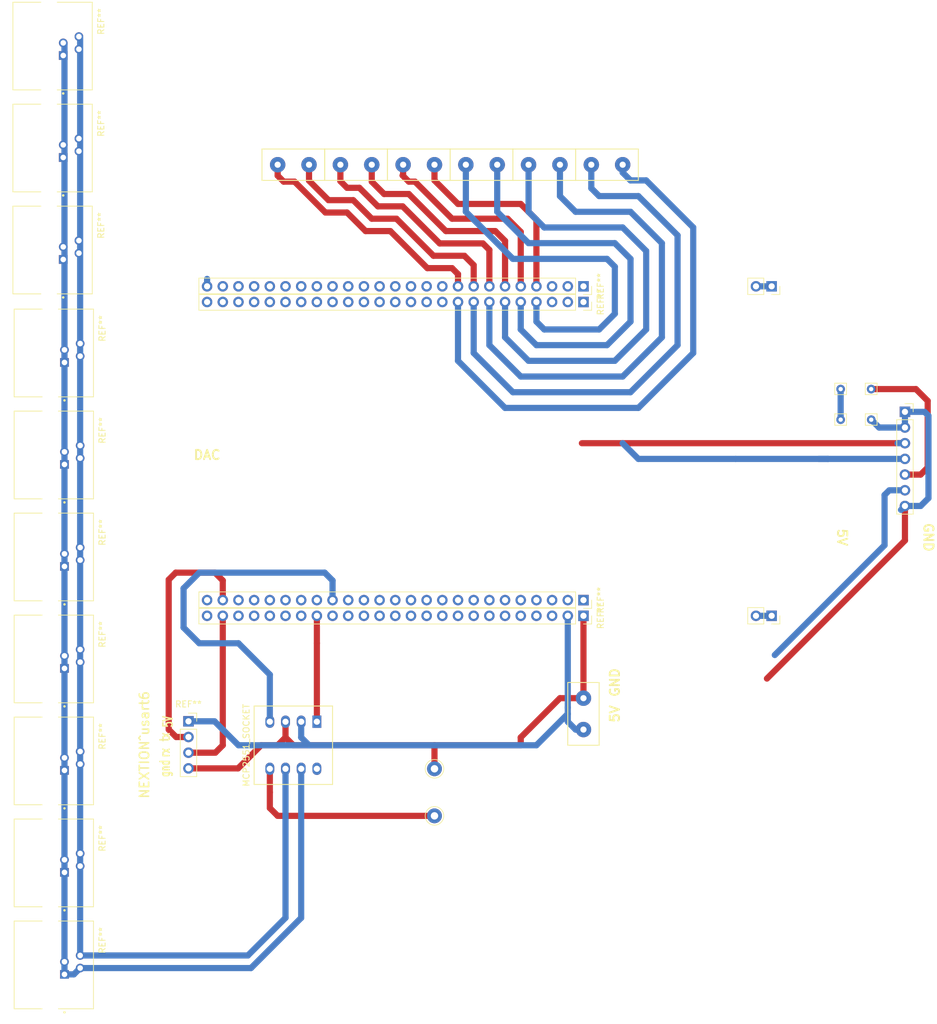
<source format=kicad_pcb>
(kicad_pcb (version 20171130) (host pcbnew "(5.0.2)-1")

  (general
    (thickness 1.6)
    (drawings 10)
    (tracks 199)
    (zones 0)
    (modules 32)
    (nets 1)
  )

  (page A4)
  (layers
    (0 F.Cu signal)
    (31 B.Cu signal)
    (32 B.Adhes user)
    (33 F.Adhes user)
    (34 B.Paste user)
    (35 F.Paste user)
    (36 B.SilkS user)
    (37 F.SilkS user)
    (38 B.Mask user)
    (39 F.Mask user)
    (40 Dwgs.User user)
    (41 Cmts.User user)
    (42 Eco1.User user)
    (43 Eco2.User user)
    (44 Edge.Cuts user)
    (45 Margin user)
    (46 B.CrtYd user)
    (47 F.CrtYd user)
    (48 B.Fab user)
    (49 F.Fab user)
  )

  (setup
    (last_trace_width 1)
    (user_trace_width 0.5)
    (user_trace_width 0.8)
    (user_trace_width 1)
    (user_trace_width 1.2)
    (user_trace_width 1.5)
    (trace_clearance 0.8)
    (zone_clearance 0.508)
    (zone_45_only no)
    (trace_min 0.5)
    (segment_width 0.2)
    (edge_width 0.15)
    (via_size 0.8)
    (via_drill 0.4)
    (via_min_size 0.5)
    (via_min_drill 0.4)
    (uvia_size 0.3)
    (uvia_drill 0.1)
    (uvias_allowed no)
    (uvia_min_size 0.2)
    (uvia_min_drill 0.1)
    (pcb_text_width 0.3)
    (pcb_text_size 1.5 1.5)
    (mod_edge_width 0.15)
    (mod_text_size 1 1)
    (mod_text_width 0.15)
    (pad_size 1.524 1.524)
    (pad_drill 0.762)
    (pad_to_mask_clearance 0.051)
    (solder_mask_min_width 0.25)
    (aux_axis_origin 0 0)
    (visible_elements 7FFFFFFF)
    (pcbplotparams
      (layerselection 0x010fc_ffffffff)
      (usegerberextensions false)
      (usegerberattributes false)
      (usegerberadvancedattributes false)
      (creategerberjobfile false)
      (excludeedgelayer true)
      (linewidth 0.100000)
      (plotframeref false)
      (viasonmask false)
      (mode 1)
      (useauxorigin false)
      (hpglpennumber 1)
      (hpglpenspeed 20)
      (hpglpendiameter 15.000000)
      (psnegative false)
      (psa4output false)
      (plotreference true)
      (plotvalue true)
      (plotinvisibletext false)
      (padsonsilk false)
      (subtractmaskfromsilk false)
      (outputformat 1)
      (mirror false)
      (drillshape 1)
      (scaleselection 1)
      (outputdirectory ""))
  )

  (net 0 "")

  (net_class Default "This is the default net class."
    (clearance 0.8)
    (trace_width 0.8)
    (via_dia 0.8)
    (via_drill 0.4)
    (uvia_dia 0.3)
    (uvia_drill 0.1)
    (diff_pair_gap 0.25)
    (diff_pair_width 0.8)
  )

  (module Connector_PinSocket_2.54mm:PinSocket_1x04_P2.54mm_Vertical (layer F.Cu) (tedit 637AA9B3) (tstamp 637D0AEC)
    (at 97.313948 138.364868)
    (descr "Through hole straight socket strip, 1x04, 2.54mm pitch, single row (from Kicad 4.0.7), script generated")
    (tags "Through hole socket strip THT 1x04 2.54mm single row")
    (fp_text reference REF** (at 0 -2.77) (layer F.SilkS)
      (effects (font (size 1 1) (thickness 0.15)))
    )
    (fp_text value "" (at 0 10.39) (layer F.Fab)
      (effects (font (size 1 1) (thickness 0.15)))
    )
    (fp_text user %R (at 0 3.81 -270) (layer F.Fab)
      (effects (font (size 1 1) (thickness 0.15)))
    )
    (fp_line (start -1.8 9.4) (end -1.8 -1.8) (layer F.CrtYd) (width 0.05))
    (fp_line (start 1.75 9.4) (end -1.8 9.4) (layer F.CrtYd) (width 0.05))
    (fp_line (start 1.75 -1.8) (end 1.75 9.4) (layer F.CrtYd) (width 0.05))
    (fp_line (start -1.8 -1.8) (end 1.75 -1.8) (layer F.CrtYd) (width 0.05))
    (fp_line (start 0 -1.33) (end 1.33 -1.33) (layer F.SilkS) (width 0.12))
    (fp_line (start 1.33 -1.33) (end 1.33 0) (layer F.SilkS) (width 0.12))
    (fp_line (start 1.33 1.27) (end 1.33 8.95) (layer F.SilkS) (width 0.12))
    (fp_line (start -1.33 8.95) (end 1.33 8.95) (layer F.SilkS) (width 0.12))
    (fp_line (start -1.33 1.27) (end -1.33 8.95) (layer F.SilkS) (width 0.12))
    (fp_line (start -1.33 1.27) (end 1.33 1.27) (layer F.SilkS) (width 0.12))
    (fp_line (start -1.27 8.89) (end -1.27 -1.27) (layer F.Fab) (width 0.1))
    (fp_line (start 1.27 8.89) (end -1.27 8.89) (layer F.Fab) (width 0.1))
    (fp_line (start 1.27 -0.635) (end 1.27 8.89) (layer F.Fab) (width 0.1))
    (fp_line (start 0.635 -1.27) (end 1.27 -0.635) (layer F.Fab) (width 0.1))
    (fp_line (start -1.27 -1.27) (end 0.635 -1.27) (layer F.Fab) (width 0.1))
    (pad 4 thru_hole oval (at 0 7.62) (size 1.7 1.7) (drill 1) (layers *.Cu *.Mask))
    (pad 3 thru_hole oval (at 0 5.08) (size 1.7 1.7) (drill 1) (layers *.Cu *.Mask))
    (pad 2 thru_hole oval (at 0 2.54) (size 1.7 1.7) (drill 1) (layers *.Cu *.Mask))
    (pad 1 thru_hole rect (at 0 0) (size 1.7 1.7) (drill 1) (layers *.Cu *.Mask))
    (model ${KISYS3DMOD}/Connector_PinSocket_2.54mm.3dshapes/PinSocket_1x04_P2.54mm_Vertical.wrl
      (at (xyz 0 0 0))
      (scale (xyz 1 1 1))
      (rotate (xyz 0 0 0))
    )
  )

  (module TerminalBlock_Dinkle:KLEMENS (layer F.Cu) (tedit 639BAAF3) (tstamp 639E1263)
    (at 162.56 48.26)
    (descr "Wire solder connection")
    (tags connector)
    (attr virtual)
    (fp_text reference Ref** (at 0 -3.81) (layer F.SilkS) hide
      (effects (font (size 1 1) (thickness 0.15)))
    )
    (fp_text value Val** (at 0 3.175) (layer F.Fab) hide
      (effects (font (size 1 1) (thickness 0.15)))
    )
    (fp_line (start 7.62 2.54) (end -2.54 2.54) (layer F.SilkS) (width 0.15))
    (fp_line (start 7.62 -2.54) (end 7.62 2.54) (layer F.SilkS) (width 0.15))
    (fp_line (start -2.54 -2.54) (end 7.62 -2.54) (layer F.SilkS) (width 0.15))
    (fp_line (start -2.54 2.54) (end -2.54 -2.54) (layer F.SilkS) (width 0.15))
    (fp_text user %R (at 0 0) (layer F.Fab)
      (effects (font (size 1 1) (thickness 0.15)))
    )
    (pad 1 thru_hole circle (at 5.08 0) (size 2.49936 2.49936) (drill 1.00076) (layers *.Cu *.Mask))
    (pad 1 thru_hole circle (at 0 0) (size 2.49936 2.49936) (drill 1.00076) (layers *.Cu *.Mask))
    (model "C:/Users/Abdülhakim Çalgın/Desktop/TerminalBlock_Phoenix.3dshapes/TerminalBlock_Phoenix_MKDS-3-2-5.08_1x02_P5.08mm_Horizontal.wrl"
      (at (xyz 0 0 0))
      (scale (xyz 1 1 1))
      (rotate (xyz 0 0 0))
    )
    (model C:/Users/acalg/OneDrive/Masaüstü/TerminalBlock_Phoenix.3dshapes/TerminalBlock_Phoenix_PT-1,5-2-5.0-H_1x02_P5.00mm_Horizontal.wrl
      (at (xyz 0 0 0))
      (scale (xyz 1 1 1))
      (rotate (xyz 0 0 0))
    )
  )

  (module TerminalBlock_Dinkle:KLEMENS (layer F.Cu) (tedit 639BAAF3) (tstamp 639E11DC)
    (at 111.76 48.26)
    (descr "Wire solder connection")
    (tags connector)
    (attr virtual)
    (fp_text reference Ref** (at 0 -3.81) (layer F.SilkS) hide
      (effects (font (size 1 1) (thickness 0.15)))
    )
    (fp_text value Val** (at 0 3.175) (layer F.Fab) hide
      (effects (font (size 1 1) (thickness 0.15)))
    )
    (fp_text user %R (at 0 0) (layer F.Fab)
      (effects (font (size 1 1) (thickness 0.15)))
    )
    (fp_line (start -2.54 2.54) (end -2.54 -2.54) (layer F.SilkS) (width 0.15))
    (fp_line (start -2.54 -2.54) (end 7.62 -2.54) (layer F.SilkS) (width 0.15))
    (fp_line (start 7.62 -2.54) (end 7.62 2.54) (layer F.SilkS) (width 0.15))
    (fp_line (start 7.62 2.54) (end -2.54 2.54) (layer F.SilkS) (width 0.15))
    (pad 1 thru_hole circle (at 0 0) (size 2.49936 2.49936) (drill 1.00076) (layers *.Cu *.Mask))
    (pad 1 thru_hole circle (at 5.08 0) (size 2.49936 2.49936) (drill 1.00076) (layers *.Cu *.Mask))
    (model "C:/Users/Abdülhakim Çalgın/Desktop/TerminalBlock_Phoenix.3dshapes/TerminalBlock_Phoenix_MKDS-3-2-5.08_1x02_P5.08mm_Horizontal.wrl"
      (at (xyz 0 0 0))
      (scale (xyz 1 1 1))
      (rotate (xyz 0 0 0))
    )
    (model C:/Users/acalg/OneDrive/Masaüstü/TerminalBlock_Phoenix.3dshapes/TerminalBlock_Phoenix_PT-1,5-2-5.0-H_1x02_P5.00mm_Horizontal.wrl
      (at (xyz 0 0 0))
      (scale (xyz 1 1 1))
      (rotate (xyz 0 0 0))
    )
  )

  (module TerminalBlock_Dinkle:KLEMENS (layer F.Cu) (tedit 639BAAF3) (tstamp 639E11DC)
    (at 121.92 48.26)
    (descr "Wire solder connection")
    (tags connector)
    (attr virtual)
    (fp_text reference Ref** (at 0 -3.81) (layer F.SilkS) hide
      (effects (font (size 1 1) (thickness 0.15)))
    )
    (fp_text value Val** (at 0 3.175) (layer F.Fab) hide
      (effects (font (size 1 1) (thickness 0.15)))
    )
    (fp_text user %R (at 0 0) (layer F.Fab)
      (effects (font (size 1 1) (thickness 0.15)))
    )
    (fp_line (start -2.54 2.54) (end -2.54 -2.54) (layer F.SilkS) (width 0.15))
    (fp_line (start -2.54 -2.54) (end 7.62 -2.54) (layer F.SilkS) (width 0.15))
    (fp_line (start 7.62 -2.54) (end 7.62 2.54) (layer F.SilkS) (width 0.15))
    (fp_line (start 7.62 2.54) (end -2.54 2.54) (layer F.SilkS) (width 0.15))
    (pad 1 thru_hole circle (at 0 0) (size 2.49936 2.49936) (drill 1.00076) (layers *.Cu *.Mask))
    (pad 1 thru_hole circle (at 5.08 0) (size 2.49936 2.49936) (drill 1.00076) (layers *.Cu *.Mask))
    (model "C:/Users/Abdülhakim Çalgın/Desktop/TerminalBlock_Phoenix.3dshapes/TerminalBlock_Phoenix_MKDS-3-2-5.08_1x02_P5.08mm_Horizontal.wrl"
      (at (xyz 0 0 0))
      (scale (xyz 1 1 1))
      (rotate (xyz 0 0 0))
    )
    (model C:/Users/acalg/OneDrive/Masaüstü/TerminalBlock_Phoenix.3dshapes/TerminalBlock_Phoenix_PT-1,5-2-5.0-H_1x02_P5.00mm_Horizontal.wrl
      (at (xyz 0 0 0))
      (scale (xyz 1 1 1))
      (rotate (xyz 0 0 0))
    )
  )

  (module TerminalBlock_Dinkle:KLEMENS (layer F.Cu) (tedit 639BAAF3) (tstamp 639E11DC)
    (at 132.08 48.26)
    (descr "Wire solder connection")
    (tags connector)
    (attr virtual)
    (fp_text reference Ref** (at 0 -3.81) (layer F.SilkS) hide
      (effects (font (size 1 1) (thickness 0.15)))
    )
    (fp_text value Val** (at 0 3.175) (layer F.Fab) hide
      (effects (font (size 1 1) (thickness 0.15)))
    )
    (fp_text user %R (at 0 0) (layer F.Fab)
      (effects (font (size 1 1) (thickness 0.15)))
    )
    (fp_line (start -2.54 2.54) (end -2.54 -2.54) (layer F.SilkS) (width 0.15))
    (fp_line (start -2.54 -2.54) (end 7.62 -2.54) (layer F.SilkS) (width 0.15))
    (fp_line (start 7.62 -2.54) (end 7.62 2.54) (layer F.SilkS) (width 0.15))
    (fp_line (start 7.62 2.54) (end -2.54 2.54) (layer F.SilkS) (width 0.15))
    (pad 1 thru_hole circle (at 0 0) (size 2.49936 2.49936) (drill 1.00076) (layers *.Cu *.Mask))
    (pad 1 thru_hole circle (at 5.08 0) (size 2.49936 2.49936) (drill 1.00076) (layers *.Cu *.Mask))
    (model "C:/Users/Abdülhakim Çalgın/Desktop/TerminalBlock_Phoenix.3dshapes/TerminalBlock_Phoenix_MKDS-3-2-5.08_1x02_P5.08mm_Horizontal.wrl"
      (at (xyz 0 0 0))
      (scale (xyz 1 1 1))
      (rotate (xyz 0 0 0))
    )
    (model C:/Users/acalg/OneDrive/Masaüstü/TerminalBlock_Phoenix.3dshapes/TerminalBlock_Phoenix_PT-1,5-2-5.0-H_1x02_P5.00mm_Horizontal.wrl
      (at (xyz 0 0 0))
      (scale (xyz 1 1 1))
      (rotate (xyz 0 0 0))
    )
  )

  (module TerminalBlock_Dinkle:KLEMENS (layer F.Cu) (tedit 639BAAF3) (tstamp 639E11DC)
    (at 142.24 48.26)
    (descr "Wire solder connection")
    (tags connector)
    (attr virtual)
    (fp_text reference Ref** (at 0 -3.81) (layer F.SilkS) hide
      (effects (font (size 1 1) (thickness 0.15)))
    )
    (fp_text value Val** (at 0 3.175) (layer F.Fab) hide
      (effects (font (size 1 1) (thickness 0.15)))
    )
    (fp_text user %R (at 0 0) (layer F.Fab)
      (effects (font (size 1 1) (thickness 0.15)))
    )
    (fp_line (start -2.54 2.54) (end -2.54 -2.54) (layer F.SilkS) (width 0.15))
    (fp_line (start -2.54 -2.54) (end 7.62 -2.54) (layer F.SilkS) (width 0.15))
    (fp_line (start 7.62 -2.54) (end 7.62 2.54) (layer F.SilkS) (width 0.15))
    (fp_line (start 7.62 2.54) (end -2.54 2.54) (layer F.SilkS) (width 0.15))
    (pad 1 thru_hole circle (at 0 0) (size 2.49936 2.49936) (drill 1.00076) (layers *.Cu *.Mask))
    (pad 1 thru_hole circle (at 5.08 0) (size 2.49936 2.49936) (drill 1.00076) (layers *.Cu *.Mask))
    (model "C:/Users/Abdülhakim Çalgın/Desktop/TerminalBlock_Phoenix.3dshapes/TerminalBlock_Phoenix_MKDS-3-2-5.08_1x02_P5.08mm_Horizontal.wrl"
      (at (xyz 0 0 0))
      (scale (xyz 1 1 1))
      (rotate (xyz 0 0 0))
    )
    (model C:/Users/acalg/OneDrive/Masaüstü/TerminalBlock_Phoenix.3dshapes/TerminalBlock_Phoenix_PT-1,5-2-5.0-H_1x02_P5.00mm_Horizontal.wrl
      (at (xyz 0 0 0))
      (scale (xyz 1 1 1))
      (rotate (xyz 0 0 0))
    )
  )

  (module "RJ JAKS:rj11xx" (layer F.Cu) (tedit 639C8F6E) (tstamp 639CD86C)
    (at 74.73 45.56 270)
    (fp_text reference REF** (at -3.975 -8.425 270) (layer F.SilkS)
      (effects (font (size 1 1) (thickness 0.15)))
    )
    (fp_text value CUI_CRJ029-G-TH (at 2.375 7.095 270) (layer F.Fab)
      (effects (font (size 1 1) (thickness 0.15)))
    )
    (fp_line (start -7.1 -7) (end 7.1 -7) (layer F.Fab) (width 0.127))
    (fp_line (start 7.1 -7) (end 7.1 5.85) (layer F.Fab) (width 0.127))
    (fp_line (start 7.1 5.85) (end -7.1 5.85) (layer F.Fab) (width 0.127))
    (fp_line (start -7.1 5.85) (end -7.1 -7) (layer F.Fab) (width 0.127))
    (fp_line (start -7.1 -7) (end 7.1 -7) (layer F.SilkS) (width 0.127))
    (fp_line (start 7.1 5.85) (end -7.1 5.85) (layer F.SilkS) (width 0.127))
    (fp_line (start -7.43 -7.25) (end 7.43 -7.25) (layer F.CrtYd) (width 0.05))
    (fp_line (start 7.43 -7.25) (end 7.43 6.1) (layer F.CrtYd) (width 0.05))
    (fp_line (start 7.43 6.1) (end -7.43 6.1) (layer F.CrtYd) (width 0.05))
    (fp_line (start -7.43 6.1) (end -7.43 -7.25) (layer F.CrtYd) (width 0.05))
    (fp_line (start -7.1 -1.32) (end -7.1 -7) (layer F.SilkS) (width 0.127))
    (fp_line (start -7.1 5.85) (end -7.1 1.32) (layer F.SilkS) (width 0.127))
    (fp_line (start 7.1 -1.32) (end 7.1 -7) (layer F.SilkS) (width 0.127))
    (fp_line (start 7.1 5.85) (end 7.1 1.32) (layer F.SilkS) (width 0.127))
    (fp_circle (center 7.675 -2.3) (end 7.775 -2.3) (layer F.SilkS) (width 0.2))
    (fp_circle (center 7.675 -2.3) (end 7.775 -2.3) (layer F.Fab) (width 0.2))
    (pad 1 thru_hole rect (at 1.53 -2.3 270) (size 1.408 1.408) (drill 0.9) (layers *.Cu *.Mask))
    (pad 2 thru_hole circle (at 0.51 -4.84 270) (size 1.408 1.408) (drill 0.9) (layers *.Cu *.Mask))
    (pad 3 thru_hole circle (at -0.51 -2.3 270) (size 1.408 1.408) (drill 0.9) (layers *.Cu *.Mask))
    (pad 4 thru_hole circle (at -1.53 -4.84 270) (size 1.408 1.408) (drill 0.9) (layers *.Cu *.Mask))
    (pad None np_thru_hole circle (at -6 0 270) (size 2.36 2.36) (drill 2.36) (layers *.Cu *.Mask))
    (pad None np_thru_hole circle (at 6 0 270) (size 2.36 2.36) (drill 2.36) (layers *.Cu *.Mask))
    (model C:/Users/acalg/OneDrive/Masaüstü/electricar/ImageToStl.com_tj6p4c.wrl
      (offset (xyz -1.5 5 0))
      (scale (xyz 0.4 0.4 0.4))
      (rotate (xyz 0 0 0))
    )
  )

  (module "RJ JAKS:rj11xx" (layer F.Cu) (tedit 639C8F6E) (tstamp 639CD83A)
    (at 74.73 29.05 270)
    (fp_text reference REF** (at -3.975 -8.425 270) (layer F.SilkS)
      (effects (font (size 1 1) (thickness 0.15)))
    )
    (fp_text value CUI_CRJ029-G-TH (at 2.375 7.095 270) (layer F.Fab)
      (effects (font (size 1 1) (thickness 0.15)))
    )
    (fp_line (start -7.1 -7) (end 7.1 -7) (layer F.Fab) (width 0.127))
    (fp_line (start 7.1 -7) (end 7.1 5.85) (layer F.Fab) (width 0.127))
    (fp_line (start 7.1 5.85) (end -7.1 5.85) (layer F.Fab) (width 0.127))
    (fp_line (start -7.1 5.85) (end -7.1 -7) (layer F.Fab) (width 0.127))
    (fp_line (start -7.1 -7) (end 7.1 -7) (layer F.SilkS) (width 0.127))
    (fp_line (start 7.1 5.85) (end -7.1 5.85) (layer F.SilkS) (width 0.127))
    (fp_line (start -7.43 -7.25) (end 7.43 -7.25) (layer F.CrtYd) (width 0.05))
    (fp_line (start 7.43 -7.25) (end 7.43 6.1) (layer F.CrtYd) (width 0.05))
    (fp_line (start 7.43 6.1) (end -7.43 6.1) (layer F.CrtYd) (width 0.05))
    (fp_line (start -7.43 6.1) (end -7.43 -7.25) (layer F.CrtYd) (width 0.05))
    (fp_line (start -7.1 -1.32) (end -7.1 -7) (layer F.SilkS) (width 0.127))
    (fp_line (start -7.1 5.85) (end -7.1 1.32) (layer F.SilkS) (width 0.127))
    (fp_line (start 7.1 -1.32) (end 7.1 -7) (layer F.SilkS) (width 0.127))
    (fp_line (start 7.1 5.85) (end 7.1 1.32) (layer F.SilkS) (width 0.127))
    (fp_circle (center 7.675 -2.3) (end 7.775 -2.3) (layer F.SilkS) (width 0.2))
    (fp_circle (center 7.675 -2.3) (end 7.775 -2.3) (layer F.Fab) (width 0.2))
    (pad 1 thru_hole rect (at 1.53 -2.3 270) (size 1.408 1.408) (drill 0.9) (layers *.Cu *.Mask))
    (pad 2 thru_hole circle (at 0.51 -4.84 270) (size 1.408 1.408) (drill 0.9) (layers *.Cu *.Mask))
    (pad 3 thru_hole circle (at -0.51 -2.3 270) (size 1.408 1.408) (drill 0.9) (layers *.Cu *.Mask))
    (pad 4 thru_hole circle (at -1.53 -4.84 270) (size 1.408 1.408) (drill 0.9) (layers *.Cu *.Mask))
    (pad None np_thru_hole circle (at -6 0 270) (size 2.36 2.36) (drill 2.36) (layers *.Cu *.Mask))
    (pad None np_thru_hole circle (at 6 0 270) (size 2.36 2.36) (drill 2.36) (layers *.Cu *.Mask))
    (model C:/Users/acalg/OneDrive/Masaüstü/electricar/ImageToStl.com_tj6p4c.wrl
      (offset (xyz -1.5 5 0))
      (scale (xyz 0.4 0.4 0.4))
      (rotate (xyz 0 0 0))
    )
  )

  (module "RJ JAKS:rj11xx" (layer F.Cu) (tedit 639C8F6E) (tstamp 639CD821)
    (at 74.73 62.07 270)
    (fp_text reference REF** (at -3.975 -8.425 270) (layer F.SilkS)
      (effects (font (size 1 1) (thickness 0.15)))
    )
    (fp_text value CUI_CRJ029-G-TH (at 2.375 7.095 270) (layer F.Fab)
      (effects (font (size 1 1) (thickness 0.15)))
    )
    (fp_line (start -7.1 -7) (end 7.1 -7) (layer F.Fab) (width 0.127))
    (fp_line (start 7.1 -7) (end 7.1 5.85) (layer F.Fab) (width 0.127))
    (fp_line (start 7.1 5.85) (end -7.1 5.85) (layer F.Fab) (width 0.127))
    (fp_line (start -7.1 5.85) (end -7.1 -7) (layer F.Fab) (width 0.127))
    (fp_line (start -7.1 -7) (end 7.1 -7) (layer F.SilkS) (width 0.127))
    (fp_line (start 7.1 5.85) (end -7.1 5.85) (layer F.SilkS) (width 0.127))
    (fp_line (start -7.43 -7.25) (end 7.43 -7.25) (layer F.CrtYd) (width 0.05))
    (fp_line (start 7.43 -7.25) (end 7.43 6.1) (layer F.CrtYd) (width 0.05))
    (fp_line (start 7.43 6.1) (end -7.43 6.1) (layer F.CrtYd) (width 0.05))
    (fp_line (start -7.43 6.1) (end -7.43 -7.25) (layer F.CrtYd) (width 0.05))
    (fp_line (start -7.1 -1.32) (end -7.1 -7) (layer F.SilkS) (width 0.127))
    (fp_line (start -7.1 5.85) (end -7.1 1.32) (layer F.SilkS) (width 0.127))
    (fp_line (start 7.1 -1.32) (end 7.1 -7) (layer F.SilkS) (width 0.127))
    (fp_line (start 7.1 5.85) (end 7.1 1.32) (layer F.SilkS) (width 0.127))
    (fp_circle (center 7.675 -2.3) (end 7.775 -2.3) (layer F.SilkS) (width 0.2))
    (fp_circle (center 7.675 -2.3) (end 7.775 -2.3) (layer F.Fab) (width 0.2))
    (pad 1 thru_hole rect (at 1.53 -2.3 270) (size 1.408 1.408) (drill 0.9) (layers *.Cu *.Mask))
    (pad 2 thru_hole circle (at 0.51 -4.84 270) (size 1.408 1.408) (drill 0.9) (layers *.Cu *.Mask))
    (pad 3 thru_hole circle (at -0.51 -2.3 270) (size 1.408 1.408) (drill 0.9) (layers *.Cu *.Mask))
    (pad 4 thru_hole circle (at -1.53 -4.84 270) (size 1.408 1.408) (drill 0.9) (layers *.Cu *.Mask))
    (pad None np_thru_hole circle (at -6 0 270) (size 2.36 2.36) (drill 2.36) (layers *.Cu *.Mask))
    (pad None np_thru_hole circle (at 6 0 270) (size 2.36 2.36) (drill 2.36) (layers *.Cu *.Mask))
    (model C:/Users/acalg/OneDrive/Masaüstü/electricar/ImageToStl.com_tj6p4c.wrl
      (offset (xyz -1.5 5 0))
      (scale (xyz 0.4 0.4 0.4))
      (rotate (xyz 0 0 0))
    )
  )

  (module "RJ JAKS:rj11xx" (layer F.Cu) (tedit 639C8F6E) (tstamp 639CA187)
    (at 74.93 78.74 270)
    (fp_text reference REF** (at -3.975 -8.425 270) (layer F.SilkS)
      (effects (font (size 1 1) (thickness 0.15)))
    )
    (fp_text value CUI_CRJ029-G-TH (at 2.375 7.095 270) (layer F.Fab)
      (effects (font (size 1 1) (thickness 0.15)))
    )
    (fp_circle (center 7.675 -2.3) (end 7.775 -2.3) (layer F.Fab) (width 0.2))
    (fp_circle (center 7.675 -2.3) (end 7.775 -2.3) (layer F.SilkS) (width 0.2))
    (fp_line (start 7.1 5.85) (end 7.1 1.32) (layer F.SilkS) (width 0.127))
    (fp_line (start 7.1 -1.32) (end 7.1 -7) (layer F.SilkS) (width 0.127))
    (fp_line (start -7.1 5.85) (end -7.1 1.32) (layer F.SilkS) (width 0.127))
    (fp_line (start -7.1 -1.32) (end -7.1 -7) (layer F.SilkS) (width 0.127))
    (fp_line (start -7.43 6.1) (end -7.43 -7.25) (layer F.CrtYd) (width 0.05))
    (fp_line (start 7.43 6.1) (end -7.43 6.1) (layer F.CrtYd) (width 0.05))
    (fp_line (start 7.43 -7.25) (end 7.43 6.1) (layer F.CrtYd) (width 0.05))
    (fp_line (start -7.43 -7.25) (end 7.43 -7.25) (layer F.CrtYd) (width 0.05))
    (fp_line (start 7.1 5.85) (end -7.1 5.85) (layer F.SilkS) (width 0.127))
    (fp_line (start -7.1 -7) (end 7.1 -7) (layer F.SilkS) (width 0.127))
    (fp_line (start -7.1 5.85) (end -7.1 -7) (layer F.Fab) (width 0.127))
    (fp_line (start 7.1 5.85) (end -7.1 5.85) (layer F.Fab) (width 0.127))
    (fp_line (start 7.1 -7) (end 7.1 5.85) (layer F.Fab) (width 0.127))
    (fp_line (start -7.1 -7) (end 7.1 -7) (layer F.Fab) (width 0.127))
    (pad None np_thru_hole circle (at 6 0 270) (size 2.36 2.36) (drill 2.36) (layers *.Cu *.Mask))
    (pad None np_thru_hole circle (at -6 0 270) (size 2.36 2.36) (drill 2.36) (layers *.Cu *.Mask))
    (pad 4 thru_hole circle (at -1.53 -4.84 270) (size 1.408 1.408) (drill 0.9) (layers *.Cu *.Mask))
    (pad 3 thru_hole circle (at -0.51 -2.3 270) (size 1.408 1.408) (drill 0.9) (layers *.Cu *.Mask))
    (pad 2 thru_hole circle (at 0.51 -4.84 270) (size 1.408 1.408) (drill 0.9) (layers *.Cu *.Mask))
    (pad 1 thru_hole rect (at 1.53 -2.3 270) (size 1.408 1.408) (drill 0.9) (layers *.Cu *.Mask))
    (model C:/Users/acalg/OneDrive/Masaüstü/electricar/ImageToStl.com_tj6p4c.wrl
      (offset (xyz -1.5 5 0))
      (scale (xyz 0.4 0.4 0.4))
      (rotate (xyz 0 0 0))
    )
  )

  (module "RJ JAKS:rj11xx" (layer F.Cu) (tedit 639C8F6E) (tstamp 639CA187)
    (at 74.93 95.25 270)
    (fp_text reference REF** (at -3.975 -8.425 270) (layer F.SilkS)
      (effects (font (size 1 1) (thickness 0.15)))
    )
    (fp_text value CUI_CRJ029-G-TH (at 2.375 7.095 270) (layer F.Fab)
      (effects (font (size 1 1) (thickness 0.15)))
    )
    (fp_circle (center 7.675 -2.3) (end 7.775 -2.3) (layer F.Fab) (width 0.2))
    (fp_circle (center 7.675 -2.3) (end 7.775 -2.3) (layer F.SilkS) (width 0.2))
    (fp_line (start 7.1 5.85) (end 7.1 1.32) (layer F.SilkS) (width 0.127))
    (fp_line (start 7.1 -1.32) (end 7.1 -7) (layer F.SilkS) (width 0.127))
    (fp_line (start -7.1 5.85) (end -7.1 1.32) (layer F.SilkS) (width 0.127))
    (fp_line (start -7.1 -1.32) (end -7.1 -7) (layer F.SilkS) (width 0.127))
    (fp_line (start -7.43 6.1) (end -7.43 -7.25) (layer F.CrtYd) (width 0.05))
    (fp_line (start 7.43 6.1) (end -7.43 6.1) (layer F.CrtYd) (width 0.05))
    (fp_line (start 7.43 -7.25) (end 7.43 6.1) (layer F.CrtYd) (width 0.05))
    (fp_line (start -7.43 -7.25) (end 7.43 -7.25) (layer F.CrtYd) (width 0.05))
    (fp_line (start 7.1 5.85) (end -7.1 5.85) (layer F.SilkS) (width 0.127))
    (fp_line (start -7.1 -7) (end 7.1 -7) (layer F.SilkS) (width 0.127))
    (fp_line (start -7.1 5.85) (end -7.1 -7) (layer F.Fab) (width 0.127))
    (fp_line (start 7.1 5.85) (end -7.1 5.85) (layer F.Fab) (width 0.127))
    (fp_line (start 7.1 -7) (end 7.1 5.85) (layer F.Fab) (width 0.127))
    (fp_line (start -7.1 -7) (end 7.1 -7) (layer F.Fab) (width 0.127))
    (pad None np_thru_hole circle (at 6 0 270) (size 2.36 2.36) (drill 2.36) (layers *.Cu *.Mask))
    (pad None np_thru_hole circle (at -6 0 270) (size 2.36 2.36) (drill 2.36) (layers *.Cu *.Mask))
    (pad 4 thru_hole circle (at -1.53 -4.84 270) (size 1.408 1.408) (drill 0.9) (layers *.Cu *.Mask))
    (pad 3 thru_hole circle (at -0.51 -2.3 270) (size 1.408 1.408) (drill 0.9) (layers *.Cu *.Mask))
    (pad 2 thru_hole circle (at 0.51 -4.84 270) (size 1.408 1.408) (drill 0.9) (layers *.Cu *.Mask))
    (pad 1 thru_hole rect (at 1.53 -2.3 270) (size 1.408 1.408) (drill 0.9) (layers *.Cu *.Mask))
    (model C:/Users/acalg/OneDrive/Masaüstü/electricar/ImageToStl.com_tj6p4c.wrl
      (offset (xyz -1.5 5 0))
      (scale (xyz 0.4 0.4 0.4))
      (rotate (xyz 0 0 0))
    )
  )

  (module "RJ JAKS:rj11xx" (layer F.Cu) (tedit 639C8F6E) (tstamp 639CA187)
    (at 74.93 111.76 270)
    (fp_text reference REF** (at -3.975 -8.425 270) (layer F.SilkS)
      (effects (font (size 1 1) (thickness 0.15)))
    )
    (fp_text value CUI_CRJ029-G-TH (at 2.375 7.095 270) (layer F.Fab)
      (effects (font (size 1 1) (thickness 0.15)))
    )
    (fp_circle (center 7.675 -2.3) (end 7.775 -2.3) (layer F.Fab) (width 0.2))
    (fp_circle (center 7.675 -2.3) (end 7.775 -2.3) (layer F.SilkS) (width 0.2))
    (fp_line (start 7.1 5.85) (end 7.1 1.32) (layer F.SilkS) (width 0.127))
    (fp_line (start 7.1 -1.32) (end 7.1 -7) (layer F.SilkS) (width 0.127))
    (fp_line (start -7.1 5.85) (end -7.1 1.32) (layer F.SilkS) (width 0.127))
    (fp_line (start -7.1 -1.32) (end -7.1 -7) (layer F.SilkS) (width 0.127))
    (fp_line (start -7.43 6.1) (end -7.43 -7.25) (layer F.CrtYd) (width 0.05))
    (fp_line (start 7.43 6.1) (end -7.43 6.1) (layer F.CrtYd) (width 0.05))
    (fp_line (start 7.43 -7.25) (end 7.43 6.1) (layer F.CrtYd) (width 0.05))
    (fp_line (start -7.43 -7.25) (end 7.43 -7.25) (layer F.CrtYd) (width 0.05))
    (fp_line (start 7.1 5.85) (end -7.1 5.85) (layer F.SilkS) (width 0.127))
    (fp_line (start -7.1 -7) (end 7.1 -7) (layer F.SilkS) (width 0.127))
    (fp_line (start -7.1 5.85) (end -7.1 -7) (layer F.Fab) (width 0.127))
    (fp_line (start 7.1 5.85) (end -7.1 5.85) (layer F.Fab) (width 0.127))
    (fp_line (start 7.1 -7) (end 7.1 5.85) (layer F.Fab) (width 0.127))
    (fp_line (start -7.1 -7) (end 7.1 -7) (layer F.Fab) (width 0.127))
    (pad None np_thru_hole circle (at 6 0 270) (size 2.36 2.36) (drill 2.36) (layers *.Cu *.Mask))
    (pad None np_thru_hole circle (at -6 0 270) (size 2.36 2.36) (drill 2.36) (layers *.Cu *.Mask))
    (pad 4 thru_hole circle (at -1.53 -4.84 270) (size 1.408 1.408) (drill 0.9) (layers *.Cu *.Mask))
    (pad 3 thru_hole circle (at -0.51 -2.3 270) (size 1.408 1.408) (drill 0.9) (layers *.Cu *.Mask))
    (pad 2 thru_hole circle (at 0.51 -4.84 270) (size 1.408 1.408) (drill 0.9) (layers *.Cu *.Mask))
    (pad 1 thru_hole rect (at 1.53 -2.3 270) (size 1.408 1.408) (drill 0.9) (layers *.Cu *.Mask))
    (model C:/Users/acalg/OneDrive/Masaüstü/electricar/ImageToStl.com_tj6p4c.wrl
      (offset (xyz -1.5 5 0))
      (scale (xyz 0.4 0.4 0.4))
      (rotate (xyz 0 0 0))
    )
  )

  (module "RJ JAKS:rj11xx" (layer F.Cu) (tedit 639C8F6E) (tstamp 639CA187)
    (at 74.93 128.27 270)
    (fp_text reference REF** (at -3.975 -8.425 270) (layer F.SilkS)
      (effects (font (size 1 1) (thickness 0.15)))
    )
    (fp_text value CUI_CRJ029-G-TH (at 2.375 7.095 270) (layer F.Fab)
      (effects (font (size 1 1) (thickness 0.15)))
    )
    (fp_circle (center 7.675 -2.3) (end 7.775 -2.3) (layer F.Fab) (width 0.2))
    (fp_circle (center 7.675 -2.3) (end 7.775 -2.3) (layer F.SilkS) (width 0.2))
    (fp_line (start 7.1 5.85) (end 7.1 1.32) (layer F.SilkS) (width 0.127))
    (fp_line (start 7.1 -1.32) (end 7.1 -7) (layer F.SilkS) (width 0.127))
    (fp_line (start -7.1 5.85) (end -7.1 1.32) (layer F.SilkS) (width 0.127))
    (fp_line (start -7.1 -1.32) (end -7.1 -7) (layer F.SilkS) (width 0.127))
    (fp_line (start -7.43 6.1) (end -7.43 -7.25) (layer F.CrtYd) (width 0.05))
    (fp_line (start 7.43 6.1) (end -7.43 6.1) (layer F.CrtYd) (width 0.05))
    (fp_line (start 7.43 -7.25) (end 7.43 6.1) (layer F.CrtYd) (width 0.05))
    (fp_line (start -7.43 -7.25) (end 7.43 -7.25) (layer F.CrtYd) (width 0.05))
    (fp_line (start 7.1 5.85) (end -7.1 5.85) (layer F.SilkS) (width 0.127))
    (fp_line (start -7.1 -7) (end 7.1 -7) (layer F.SilkS) (width 0.127))
    (fp_line (start -7.1 5.85) (end -7.1 -7) (layer F.Fab) (width 0.127))
    (fp_line (start 7.1 5.85) (end -7.1 5.85) (layer F.Fab) (width 0.127))
    (fp_line (start 7.1 -7) (end 7.1 5.85) (layer F.Fab) (width 0.127))
    (fp_line (start -7.1 -7) (end 7.1 -7) (layer F.Fab) (width 0.127))
    (pad None np_thru_hole circle (at 6 0 270) (size 2.36 2.36) (drill 2.36) (layers *.Cu *.Mask))
    (pad None np_thru_hole circle (at -6 0 270) (size 2.36 2.36) (drill 2.36) (layers *.Cu *.Mask))
    (pad 4 thru_hole circle (at -1.53 -4.84 270) (size 1.408 1.408) (drill 0.9) (layers *.Cu *.Mask))
    (pad 3 thru_hole circle (at -0.51 -2.3 270) (size 1.408 1.408) (drill 0.9) (layers *.Cu *.Mask))
    (pad 2 thru_hole circle (at 0.51 -4.84 270) (size 1.408 1.408) (drill 0.9) (layers *.Cu *.Mask))
    (pad 1 thru_hole rect (at 1.53 -2.3 270) (size 1.408 1.408) (drill 0.9) (layers *.Cu *.Mask))
    (model C:/Users/acalg/OneDrive/Masaüstü/electricar/ImageToStl.com_tj6p4c.wrl
      (offset (xyz -1.5 5 0))
      (scale (xyz 0.4 0.4 0.4))
      (rotate (xyz 0 0 0))
    )
  )

  (module "RJ JAKS:rj11xx" (layer F.Cu) (tedit 639C8F6E) (tstamp 639CA187)
    (at 74.93 144.78 270)
    (fp_text reference REF** (at -3.975 -8.425 270) (layer F.SilkS)
      (effects (font (size 1 1) (thickness 0.15)))
    )
    (fp_text value CUI_CRJ029-G-TH (at 2.375 7.095 270) (layer F.Fab)
      (effects (font (size 1 1) (thickness 0.15)))
    )
    (fp_circle (center 7.675 -2.3) (end 7.775 -2.3) (layer F.Fab) (width 0.2))
    (fp_circle (center 7.675 -2.3) (end 7.775 -2.3) (layer F.SilkS) (width 0.2))
    (fp_line (start 7.1 5.85) (end 7.1 1.32) (layer F.SilkS) (width 0.127))
    (fp_line (start 7.1 -1.32) (end 7.1 -7) (layer F.SilkS) (width 0.127))
    (fp_line (start -7.1 5.85) (end -7.1 1.32) (layer F.SilkS) (width 0.127))
    (fp_line (start -7.1 -1.32) (end -7.1 -7) (layer F.SilkS) (width 0.127))
    (fp_line (start -7.43 6.1) (end -7.43 -7.25) (layer F.CrtYd) (width 0.05))
    (fp_line (start 7.43 6.1) (end -7.43 6.1) (layer F.CrtYd) (width 0.05))
    (fp_line (start 7.43 -7.25) (end 7.43 6.1) (layer F.CrtYd) (width 0.05))
    (fp_line (start -7.43 -7.25) (end 7.43 -7.25) (layer F.CrtYd) (width 0.05))
    (fp_line (start 7.1 5.85) (end -7.1 5.85) (layer F.SilkS) (width 0.127))
    (fp_line (start -7.1 -7) (end 7.1 -7) (layer F.SilkS) (width 0.127))
    (fp_line (start -7.1 5.85) (end -7.1 -7) (layer F.Fab) (width 0.127))
    (fp_line (start 7.1 5.85) (end -7.1 5.85) (layer F.Fab) (width 0.127))
    (fp_line (start 7.1 -7) (end 7.1 5.85) (layer F.Fab) (width 0.127))
    (fp_line (start -7.1 -7) (end 7.1 -7) (layer F.Fab) (width 0.127))
    (pad None np_thru_hole circle (at 6 0 270) (size 2.36 2.36) (drill 2.36) (layers *.Cu *.Mask))
    (pad None np_thru_hole circle (at -6 0 270) (size 2.36 2.36) (drill 2.36) (layers *.Cu *.Mask))
    (pad 4 thru_hole circle (at -1.53 -4.84 270) (size 1.408 1.408) (drill 0.9) (layers *.Cu *.Mask))
    (pad 3 thru_hole circle (at -0.51 -2.3 270) (size 1.408 1.408) (drill 0.9) (layers *.Cu *.Mask))
    (pad 2 thru_hole circle (at 0.51 -4.84 270) (size 1.408 1.408) (drill 0.9) (layers *.Cu *.Mask))
    (pad 1 thru_hole rect (at 1.53 -2.3 270) (size 1.408 1.408) (drill 0.9) (layers *.Cu *.Mask))
    (model C:/Users/acalg/OneDrive/Masaüstü/electricar/ImageToStl.com_tj6p4c.wrl
      (offset (xyz -1.5 5 0))
      (scale (xyz 0.4 0.4 0.4))
      (rotate (xyz 0 0 0))
    )
  )

  (module "RJ JAKS:rj11xx" (layer F.Cu) (tedit 639C8F6E) (tstamp 639CA187)
    (at 74.93 161.29 270)
    (fp_text reference REF** (at -3.975 -8.425 270) (layer F.SilkS)
      (effects (font (size 1 1) (thickness 0.15)))
    )
    (fp_text value CUI_CRJ029-G-TH (at 2.375 7.095 270) (layer F.Fab)
      (effects (font (size 1 1) (thickness 0.15)))
    )
    (fp_circle (center 7.675 -2.3) (end 7.775 -2.3) (layer F.Fab) (width 0.2))
    (fp_circle (center 7.675 -2.3) (end 7.775 -2.3) (layer F.SilkS) (width 0.2))
    (fp_line (start 7.1 5.85) (end 7.1 1.32) (layer F.SilkS) (width 0.127))
    (fp_line (start 7.1 -1.32) (end 7.1 -7) (layer F.SilkS) (width 0.127))
    (fp_line (start -7.1 5.85) (end -7.1 1.32) (layer F.SilkS) (width 0.127))
    (fp_line (start -7.1 -1.32) (end -7.1 -7) (layer F.SilkS) (width 0.127))
    (fp_line (start -7.43 6.1) (end -7.43 -7.25) (layer F.CrtYd) (width 0.05))
    (fp_line (start 7.43 6.1) (end -7.43 6.1) (layer F.CrtYd) (width 0.05))
    (fp_line (start 7.43 -7.25) (end 7.43 6.1) (layer F.CrtYd) (width 0.05))
    (fp_line (start -7.43 -7.25) (end 7.43 -7.25) (layer F.CrtYd) (width 0.05))
    (fp_line (start 7.1 5.85) (end -7.1 5.85) (layer F.SilkS) (width 0.127))
    (fp_line (start -7.1 -7) (end 7.1 -7) (layer F.SilkS) (width 0.127))
    (fp_line (start -7.1 5.85) (end -7.1 -7) (layer F.Fab) (width 0.127))
    (fp_line (start 7.1 5.85) (end -7.1 5.85) (layer F.Fab) (width 0.127))
    (fp_line (start 7.1 -7) (end 7.1 5.85) (layer F.Fab) (width 0.127))
    (fp_line (start -7.1 -7) (end 7.1 -7) (layer F.Fab) (width 0.127))
    (pad None np_thru_hole circle (at 6 0 270) (size 2.36 2.36) (drill 2.36) (layers *.Cu *.Mask))
    (pad None np_thru_hole circle (at -6 0 270) (size 2.36 2.36) (drill 2.36) (layers *.Cu *.Mask))
    (pad 4 thru_hole circle (at -1.53 -4.84 270) (size 1.408 1.408) (drill 0.9) (layers *.Cu *.Mask))
    (pad 3 thru_hole circle (at -0.51 -2.3 270) (size 1.408 1.408) (drill 0.9) (layers *.Cu *.Mask))
    (pad 2 thru_hole circle (at 0.51 -4.84 270) (size 1.408 1.408) (drill 0.9) (layers *.Cu *.Mask))
    (pad 1 thru_hole rect (at 1.53 -2.3 270) (size 1.408 1.408) (drill 0.9) (layers *.Cu *.Mask))
    (model C:/Users/acalg/OneDrive/Masaüstü/electricar/ImageToStl.com_tj6p4c.wrl
      (offset (xyz -1.5 5 0))
      (scale (xyz 0.4 0.4 0.4))
      (rotate (xyz 0 0 0))
    )
  )

  (module "RJ JAKS:rj11xx" (layer F.Cu) (tedit 639C8F6E) (tstamp 639CA102)
    (at 74.93 177.8 270)
    (fp_text reference REF** (at -3.975 -8.425 270) (layer F.SilkS)
      (effects (font (size 1 1) (thickness 0.15)))
    )
    (fp_text value CUI_CRJ029-G-TH (at 2.375 7.095 270) (layer F.Fab)
      (effects (font (size 1 1) (thickness 0.15)))
    )
    (fp_line (start -7.1 -7) (end 7.1 -7) (layer F.Fab) (width 0.127))
    (fp_line (start 7.1 -7) (end 7.1 5.85) (layer F.Fab) (width 0.127))
    (fp_line (start 7.1 5.85) (end -7.1 5.85) (layer F.Fab) (width 0.127))
    (fp_line (start -7.1 5.85) (end -7.1 -7) (layer F.Fab) (width 0.127))
    (fp_line (start -7.1 -7) (end 7.1 -7) (layer F.SilkS) (width 0.127))
    (fp_line (start 7.1 5.85) (end -7.1 5.85) (layer F.SilkS) (width 0.127))
    (fp_line (start -7.43 -7.25) (end 7.43 -7.25) (layer F.CrtYd) (width 0.05))
    (fp_line (start 7.43 -7.25) (end 7.43 6.1) (layer F.CrtYd) (width 0.05))
    (fp_line (start 7.43 6.1) (end -7.43 6.1) (layer F.CrtYd) (width 0.05))
    (fp_line (start -7.43 6.1) (end -7.43 -7.25) (layer F.CrtYd) (width 0.05))
    (fp_line (start -7.1 -1.32) (end -7.1 -7) (layer F.SilkS) (width 0.127))
    (fp_line (start -7.1 5.85) (end -7.1 1.32) (layer F.SilkS) (width 0.127))
    (fp_line (start 7.1 -1.32) (end 7.1 -7) (layer F.SilkS) (width 0.127))
    (fp_line (start 7.1 5.85) (end 7.1 1.32) (layer F.SilkS) (width 0.127))
    (fp_circle (center 7.675 -2.3) (end 7.775 -2.3) (layer F.SilkS) (width 0.2))
    (fp_circle (center 7.675 -2.3) (end 7.775 -2.3) (layer F.Fab) (width 0.2))
    (pad 1 thru_hole rect (at 1.53 -2.3 270) (size 1.408 1.408) (drill 0.9) (layers *.Cu *.Mask))
    (pad 2 thru_hole circle (at 0.51 -4.84 270) (size 1.408 1.408) (drill 0.9) (layers *.Cu *.Mask))
    (pad 3 thru_hole circle (at -0.51 -2.3 270) (size 1.408 1.408) (drill 0.9) (layers *.Cu *.Mask))
    (pad 4 thru_hole circle (at -1.53 -4.84 270) (size 1.408 1.408) (drill 0.9) (layers *.Cu *.Mask))
    (pad None np_thru_hole circle (at -6 0 270) (size 2.36 2.36) (drill 2.36) (layers *.Cu *.Mask))
    (pad None np_thru_hole circle (at 6 0 270) (size 2.36 2.36) (drill 2.36) (layers *.Cu *.Mask))
    (model C:/Users/acalg/OneDrive/Masaüstü/electricar/ImageToStl.com_tj6p4c.wrl
      (offset (xyz -1.5 5 0))
      (scale (xyz 0.4 0.4 0.4))
      (rotate (xyz 0 0 0))
    )
  )

  (module Connector_Pin:Pin_D1.0mm_L10.0mm_LooseFit (layer F.Cu) (tedit 637AA3F7) (tstamp 63815849)
    (at 137.16 146.05 270)
    (descr "solder Pin_ diameter 1.0mm, hole diameter 1.2mm (loose fit), length 10.0mm")
    (tags "solder Pin_ loose fit")
    (fp_text reference "" (at 0 2.25 270) (layer F.SilkS)
      (effects (font (size 1 1) (thickness 0.15)))
    )
    (fp_text value "" (at 0 -2.05 270) (layer F.Fab)
      (effects (font (size 1 1) (thickness 0.15)))
    )
    (fp_text user %R (at 0 2.25 270) (layer F.Fab)
      (effects (font (size 1 1) (thickness 0.15)))
    )
    (fp_circle (center 0 0) (end 1.7 0) (layer F.CrtYd) (width 0.05))
    (fp_circle (center 0 0) (end 0.5 0) (layer F.Fab) (width 0.12))
    (fp_circle (center 0 0) (end 1.2 0) (layer F.Fab) (width 0.12))
    (fp_circle (center 0 0) (end 1.5 0.05) (layer F.SilkS) (width 0.12))
    (pad 1 thru_hole circle (at 0 0 270) (size 2.4 2.4) (drill 1.2) (layers *.Cu *.Mask))
    (model ${KISYS3DMOD}/Connector_Pin.3dshapes/Pin_D1.0mm_L10.0mm_LooseFit.wrl
      (at (xyz 0 0 0))
      (scale (xyz 1 1 1))
      (rotate (xyz 0 0 0))
    )
  )

  (module Connector_Pin:Pin_D0.7mm_L6.5mm_W1.8mm_FlatFork (layer F.Cu) (tedit 63669476) (tstamp 6375458F)
    (at 207.890148 84.582 270)
    (descr "solder Pin_ with flat fork, hole diameter 0.7mm, length 6.5mm, width 1.8mm")
    (tags "solder Pin_ with flat fork")
    (fp_text reference "" (at 0 1.8 270) (layer F.SilkS)
      (effects (font (size 1 1) (thickness 0.15)))
    )
    (fp_text value "" (at 0 -1.8 270) (layer F.Fab)
      (effects (font (size 1 1) (thickness 0.15)))
    )
    (fp_line (start 1.35 1.2) (end -1.4 1.2) (layer F.CrtYd) (width 0.05))
    (fp_line (start 1.35 1.2) (end 1.35 -1.2) (layer F.CrtYd) (width 0.05))
    (fp_line (start -1.4 -1.2) (end -1.4 1.2) (layer F.CrtYd) (width 0.05))
    (fp_line (start -1.4 -1.2) (end 1.35 -1.2) (layer F.CrtYd) (width 0.05))
    (fp_line (start -0.9 0.25) (end -0.9 -0.25) (layer F.Fab) (width 0.12))
    (fp_line (start 0.85 0.25) (end -0.9 0.25) (layer F.Fab) (width 0.12))
    (fp_line (start 0.85 -0.25) (end 0.85 0.25) (layer F.Fab) (width 0.12))
    (fp_line (start -0.9 -0.25) (end 0.85 -0.25) (layer F.Fab) (width 0.12))
    (fp_line (start 0.9 -0.95) (end -0.95 -0.95) (layer F.SilkS) (width 0.12))
    (fp_line (start 0.9 -0.9) (end 0.9 -0.95) (layer F.SilkS) (width 0.12))
    (fp_line (start 0.9 0.95) (end 0.9 -0.9) (layer F.SilkS) (width 0.12))
    (fp_line (start -0.95 0.95) (end 0.9 0.95) (layer F.SilkS) (width 0.12))
    (fp_line (start -0.95 -0.95) (end -0.95 0.95) (layer F.SilkS) (width 0.12))
    (fp_text user %R (at 0 1.8 270) (layer F.Fab)
      (effects (font (size 1 1) (thickness 0.15)))
    )
    (pad 1 thru_hole circle (at 0 0 270) (size 1.4 1.4) (drill 0.7) (layers *.Cu *.Mask))
    (model ${KISYS3DMOD}/Connector_Pin.3dshapes/Pin_D0.7mm_L6.5mm_W1.8mm_FlatFork.wrl
      (at (xyz 0 0 0))
      (scale (xyz 1 1 1))
      (rotate (xyz 0 0 0))
    )
  )

  (module Connector_Pin:Pin_D0.7mm_L6.5mm_W1.8mm_FlatFork (layer F.Cu) (tedit 63669476) (tstamp 63754636)
    (at 207.899 89.535 270)
    (descr "solder Pin_ with flat fork, hole diameter 0.7mm, length 6.5mm, width 1.8mm")
    (tags "solder Pin_ with flat fork")
    (fp_text reference "" (at 0 1.8 270) (layer F.SilkS)
      (effects (font (size 1 1) (thickness 0.15)))
    )
    (fp_text value "" (at 0 -1.8 270) (layer F.Fab)
      (effects (font (size 1 1) (thickness 0.15)))
    )
    (fp_text user %R (at 0 1.8 270) (layer F.Fab)
      (effects (font (size 1 1) (thickness 0.15)))
    )
    (fp_line (start -0.95 -0.95) (end -0.95 0.95) (layer F.SilkS) (width 0.12))
    (fp_line (start -0.95 0.95) (end 0.9 0.95) (layer F.SilkS) (width 0.12))
    (fp_line (start 0.9 0.95) (end 0.9 -0.9) (layer F.SilkS) (width 0.12))
    (fp_line (start 0.9 -0.9) (end 0.9 -0.95) (layer F.SilkS) (width 0.12))
    (fp_line (start 0.9 -0.95) (end -0.95 -0.95) (layer F.SilkS) (width 0.12))
    (fp_line (start -0.9 -0.25) (end 0.85 -0.25) (layer F.Fab) (width 0.12))
    (fp_line (start 0.85 -0.25) (end 0.85 0.25) (layer F.Fab) (width 0.12))
    (fp_line (start 0.85 0.25) (end -0.9 0.25) (layer F.Fab) (width 0.12))
    (fp_line (start -0.9 0.25) (end -0.9 -0.25) (layer F.Fab) (width 0.12))
    (fp_line (start -1.4 -1.2) (end 1.35 -1.2) (layer F.CrtYd) (width 0.05))
    (fp_line (start -1.4 -1.2) (end -1.4 1.2) (layer F.CrtYd) (width 0.05))
    (fp_line (start 1.35 1.2) (end 1.35 -1.2) (layer F.CrtYd) (width 0.05))
    (fp_line (start 1.35 1.2) (end -1.4 1.2) (layer F.CrtYd) (width 0.05))
    (pad 1 thru_hole circle (at 0 0 270) (size 1.4 1.4) (drill 0.7) (layers *.Cu *.Mask))
    (model ${KISYS3DMOD}/Connector_Pin.3dshapes/Pin_D0.7mm_L6.5mm_W1.8mm_FlatFork.wrl
      (at (xyz 0 0 0))
      (scale (xyz 1 1 1))
      (rotate (xyz 0 0 0))
    )
  )

  (module Connector_Pin:Pin_D0.7mm_L6.5mm_W1.8mm_FlatFork (layer F.Cu) (tedit 63669476) (tstamp 63754636)
    (at 202.946 89.535 270)
    (descr "solder Pin_ with flat fork, hole diameter 0.7mm, length 6.5mm, width 1.8mm")
    (tags "solder Pin_ with flat fork")
    (fp_text reference "" (at 0 1.8 270) (layer F.SilkS)
      (effects (font (size 1 1) (thickness 0.15)))
    )
    (fp_text value "" (at 0 -1.8 270) (layer F.Fab)
      (effects (font (size 1 1) (thickness 0.15)))
    )
    (fp_text user %R (at 0 1.8 270) (layer F.Fab)
      (effects (font (size 1 1) (thickness 0.15)))
    )
    (fp_line (start -0.95 -0.95) (end -0.95 0.95) (layer F.SilkS) (width 0.12))
    (fp_line (start -0.95 0.95) (end 0.9 0.95) (layer F.SilkS) (width 0.12))
    (fp_line (start 0.9 0.95) (end 0.9 -0.9) (layer F.SilkS) (width 0.12))
    (fp_line (start 0.9 -0.9) (end 0.9 -0.95) (layer F.SilkS) (width 0.12))
    (fp_line (start 0.9 -0.95) (end -0.95 -0.95) (layer F.SilkS) (width 0.12))
    (fp_line (start -0.9 -0.25) (end 0.85 -0.25) (layer F.Fab) (width 0.12))
    (fp_line (start 0.85 -0.25) (end 0.85 0.25) (layer F.Fab) (width 0.12))
    (fp_line (start 0.85 0.25) (end -0.9 0.25) (layer F.Fab) (width 0.12))
    (fp_line (start -0.9 0.25) (end -0.9 -0.25) (layer F.Fab) (width 0.12))
    (fp_line (start -1.4 -1.2) (end 1.35 -1.2) (layer F.CrtYd) (width 0.05))
    (fp_line (start -1.4 -1.2) (end -1.4 1.2) (layer F.CrtYd) (width 0.05))
    (fp_line (start 1.35 1.2) (end 1.35 -1.2) (layer F.CrtYd) (width 0.05))
    (fp_line (start 1.35 1.2) (end -1.4 1.2) (layer F.CrtYd) (width 0.05))
    (pad 1 thru_hole circle (at 0 0 270) (size 1.4 1.4) (drill 0.7) (layers *.Cu *.Mask))
    (model ${KISYS3DMOD}/Connector_Pin.3dshapes/Pin_D0.7mm_L6.5mm_W1.8mm_FlatFork.wrl
      (at (xyz 0 0 0))
      (scale (xyz 1 1 1))
      (rotate (xyz 0 0 0))
    )
  )

  (module Connector_PinSocket_2.54mm:PinSocket_1x25_P2.54mm_Vertical (layer F.Cu) (tedit 63668B05) (tstamp 6367DADC)
    (at 161.29 121.285 270)
    (descr "Through hole straight socket strip, 1x25, 2.54mm pitch, single row (from Kicad 4.0.7), script generated")
    (tags "Through hole socket strip THT 1x25 2.54mm single row")
    (fp_text reference REF** (at 0 -2.77 270) (layer F.SilkS)
      (effects (font (size 1 1) (thickness 0.15)))
    )
    (fp_text value "" (at 0 63.73 270) (layer F.Fab)
      (effects (font (size 1 1) (thickness 0.15)))
    )
    (fp_line (start -1.27 -1.27) (end 0.635 -1.27) (layer F.Fab) (width 0.1))
    (fp_line (start 0.635 -1.27) (end 1.27 -0.635) (layer F.Fab) (width 0.1))
    (fp_line (start 1.27 -0.635) (end 1.27 62.23) (layer F.Fab) (width 0.1))
    (fp_line (start 1.27 62.23) (end -1.27 62.23) (layer F.Fab) (width 0.1))
    (fp_line (start -1.27 62.23) (end -1.27 -1.27) (layer F.Fab) (width 0.1))
    (fp_line (start -1.33 1.27) (end 1.33 1.27) (layer F.SilkS) (width 0.12))
    (fp_line (start -1.33 1.27) (end -1.33 62.29) (layer F.SilkS) (width 0.12))
    (fp_line (start -1.33 62.29) (end 1.33 62.29) (layer F.SilkS) (width 0.12))
    (fp_line (start 1.33 1.27) (end 1.33 62.29) (layer F.SilkS) (width 0.12))
    (fp_line (start 1.33 -1.33) (end 1.33 0) (layer F.SilkS) (width 0.12))
    (fp_line (start 0 -1.33) (end 1.33 -1.33) (layer F.SilkS) (width 0.12))
    (fp_line (start -1.8 -1.8) (end 1.75 -1.8) (layer F.CrtYd) (width 0.05))
    (fp_line (start 1.75 -1.8) (end 1.75 62.7) (layer F.CrtYd) (width 0.05))
    (fp_line (start 1.75 62.7) (end -1.8 62.7) (layer F.CrtYd) (width 0.05))
    (fp_line (start -1.8 62.7) (end -1.8 -1.8) (layer F.CrtYd) (width 0.05))
    (fp_text user %R (at 0 30.48) (layer F.Fab)
      (effects (font (size 1 1) (thickness 0.15)))
    )
    (pad 1 thru_hole rect (at 0 0 270) (size 1.7 1.7) (drill 1) (layers *.Cu *.Mask))
    (pad 2 thru_hole oval (at 0 2.54 270) (size 1.7 1.7) (drill 1) (layers *.Cu *.Mask))
    (pad 3 thru_hole oval (at 0 5.08 270) (size 1.7 1.7) (drill 1) (layers *.Cu *.Mask))
    (pad 4 thru_hole oval (at 0 7.62 270) (size 1.7 1.7) (drill 1) (layers *.Cu *.Mask))
    (pad 5 thru_hole oval (at 0 10.16 270) (size 1.7 1.7) (drill 1) (layers *.Cu *.Mask))
    (pad 6 thru_hole oval (at 0 12.7 270) (size 1.7 1.7) (drill 1) (layers *.Cu *.Mask))
    (pad 7 thru_hole oval (at 0 15.24 270) (size 1.7 1.7) (drill 1) (layers *.Cu *.Mask))
    (pad 8 thru_hole oval (at 0 17.78 270) (size 1.7 1.7) (drill 1) (layers *.Cu *.Mask))
    (pad 9 thru_hole oval (at 0 20.32 270) (size 1.7 1.7) (drill 1) (layers *.Cu *.Mask))
    (pad 10 thru_hole oval (at 0 22.86 270) (size 1.7 1.7) (drill 1) (layers *.Cu *.Mask))
    (pad 11 thru_hole oval (at 0 25.4 270) (size 1.7 1.7) (drill 1) (layers *.Cu *.Mask))
    (pad 12 thru_hole oval (at 0 27.94 270) (size 1.7 1.7) (drill 1) (layers *.Cu *.Mask))
    (pad 13 thru_hole oval (at 0 30.48 270) (size 1.7 1.7) (drill 1) (layers *.Cu *.Mask))
    (pad 14 thru_hole oval (at 0 33.02 270) (size 1.7 1.7) (drill 1) (layers *.Cu *.Mask))
    (pad 15 thru_hole oval (at 0 35.56 270) (size 1.7 1.7) (drill 1) (layers *.Cu *.Mask))
    (pad 16 thru_hole oval (at 0 38.1 270) (size 1.7 1.7) (drill 1) (layers *.Cu *.Mask))
    (pad 17 thru_hole oval (at 0 40.64 270) (size 1.7 1.7) (drill 1) (layers *.Cu *.Mask))
    (pad 18 thru_hole oval (at 0 43.18 270) (size 1.7 1.7) (drill 1) (layers *.Cu *.Mask))
    (pad 19 thru_hole oval (at 0 45.72 270) (size 1.7 1.7) (drill 1) (layers *.Cu *.Mask))
    (pad 20 thru_hole oval (at 0 48.26 270) (size 1.7 1.7) (drill 1) (layers *.Cu *.Mask))
    (pad 21 thru_hole oval (at 0 50.8 270) (size 1.7 1.7) (drill 1) (layers *.Cu *.Mask))
    (pad 22 thru_hole oval (at 0 53.34 270) (size 1.7 1.7) (drill 1) (layers *.Cu *.Mask))
    (pad 23 thru_hole oval (at 0 55.88 270) (size 1.7 1.7) (drill 1) (layers *.Cu *.Mask))
    (pad 24 thru_hole oval (at 0 58.42 270) (size 1.7 1.7) (drill 1) (layers *.Cu *.Mask))
    (pad 25 thru_hole oval (at 0 60.96 270) (size 1.7 1.7) (drill 1) (layers *.Cu *.Mask))
    (model ${KISYS3DMOD}/Connector_PinSocket_2.54mm.3dshapes/PinSocket_1x25_P2.54mm_Vertical.wrl
      (at (xyz 0 0 0))
      (scale (xyz 1 1 1))
      (rotate (xyz 0 0 0))
    )
  )

  (module Connector_PinSocket_2.54mm:PinSocket_1x25_P2.54mm_Vertical (layer F.Cu) (tedit 63668B00) (tstamp 6367DAB0)
    (at 161.29 118.745 270)
    (descr "Through hole straight socket strip, 1x25, 2.54mm pitch, single row (from Kicad 4.0.7), script generated")
    (tags "Through hole socket strip THT 1x25 2.54mm single row")
    (fp_text reference REF** (at 0 -2.77 270) (layer F.SilkS)
      (effects (font (size 1 1) (thickness 0.15)))
    )
    (fp_text value "" (at 0 63.73 270) (layer F.Fab)
      (effects (font (size 1 1) (thickness 0.15)))
    )
    (fp_text user %R (at 0 30.48) (layer F.Fab)
      (effects (font (size 1 1) (thickness 0.15)))
    )
    (fp_line (start -1.8 62.7) (end -1.8 -1.8) (layer F.CrtYd) (width 0.05))
    (fp_line (start 1.75 62.7) (end -1.8 62.7) (layer F.CrtYd) (width 0.05))
    (fp_line (start 1.75 -1.8) (end 1.75 62.7) (layer F.CrtYd) (width 0.05))
    (fp_line (start -1.8 -1.8) (end 1.75 -1.8) (layer F.CrtYd) (width 0.05))
    (fp_line (start 0 -1.33) (end 1.33 -1.33) (layer F.SilkS) (width 0.12))
    (fp_line (start 1.33 -1.33) (end 1.33 0) (layer F.SilkS) (width 0.12))
    (fp_line (start 1.33 1.27) (end 1.33 62.29) (layer F.SilkS) (width 0.12))
    (fp_line (start -1.33 62.29) (end 1.33 62.29) (layer F.SilkS) (width 0.12))
    (fp_line (start -1.33 1.27) (end -1.33 62.29) (layer F.SilkS) (width 0.12))
    (fp_line (start -1.33 1.27) (end 1.33 1.27) (layer F.SilkS) (width 0.12))
    (fp_line (start -1.27 62.23) (end -1.27 -1.27) (layer F.Fab) (width 0.1))
    (fp_line (start 1.27 62.23) (end -1.27 62.23) (layer F.Fab) (width 0.1))
    (fp_line (start 1.27 -0.635) (end 1.27 62.23) (layer F.Fab) (width 0.1))
    (fp_line (start 0.635 -1.27) (end 1.27 -0.635) (layer F.Fab) (width 0.1))
    (fp_line (start -1.27 -1.27) (end 0.635 -1.27) (layer F.Fab) (width 0.1))
    (pad 25 thru_hole oval (at 0 60.96 270) (size 1.7 1.7) (drill 1) (layers *.Cu *.Mask))
    (pad 24 thru_hole oval (at 0 58.42 270) (size 1.7 1.7) (drill 1) (layers *.Cu *.Mask))
    (pad 23 thru_hole oval (at 0 55.88 270) (size 1.7 1.7) (drill 1) (layers *.Cu *.Mask))
    (pad 22 thru_hole oval (at 0 53.34 270) (size 1.7 1.7) (drill 1) (layers *.Cu *.Mask))
    (pad 21 thru_hole oval (at 0 50.8 270) (size 1.7 1.7) (drill 1) (layers *.Cu *.Mask))
    (pad 20 thru_hole oval (at 0 48.26 270) (size 1.7 1.7) (drill 1) (layers *.Cu *.Mask))
    (pad 19 thru_hole oval (at 0 45.72 270) (size 1.7 1.7) (drill 1) (layers *.Cu *.Mask))
    (pad 18 thru_hole oval (at 0 43.18 270) (size 1.7 1.7) (drill 1) (layers *.Cu *.Mask))
    (pad 17 thru_hole oval (at 0 40.64 270) (size 1.7 1.7) (drill 1) (layers *.Cu *.Mask))
    (pad 16 thru_hole oval (at 0 38.1 270) (size 1.7 1.7) (drill 1) (layers *.Cu *.Mask))
    (pad 15 thru_hole oval (at 0 35.56 270) (size 1.7 1.7) (drill 1) (layers *.Cu *.Mask))
    (pad 14 thru_hole oval (at 0 33.02 270) (size 1.7 1.7) (drill 1) (layers *.Cu *.Mask))
    (pad 13 thru_hole oval (at 0 30.48 270) (size 1.7 1.7) (drill 1) (layers *.Cu *.Mask))
    (pad 12 thru_hole oval (at 0 27.94 270) (size 1.7 1.7) (drill 1) (layers *.Cu *.Mask))
    (pad 11 thru_hole oval (at 0 25.4 270) (size 1.7 1.7) (drill 1) (layers *.Cu *.Mask))
    (pad 10 thru_hole oval (at 0 22.86 270) (size 1.7 1.7) (drill 1) (layers *.Cu *.Mask))
    (pad 9 thru_hole oval (at 0 20.32 270) (size 1.7 1.7) (drill 1) (layers *.Cu *.Mask))
    (pad 8 thru_hole oval (at 0 17.78 270) (size 1.7 1.7) (drill 1) (layers *.Cu *.Mask))
    (pad 7 thru_hole oval (at 0 15.24 270) (size 1.7 1.7) (drill 1) (layers *.Cu *.Mask))
    (pad 6 thru_hole oval (at 0 12.7 270) (size 1.7 1.7) (drill 1) (layers *.Cu *.Mask))
    (pad 5 thru_hole oval (at 0 10.16 270) (size 1.7 1.7) (drill 1) (layers *.Cu *.Mask))
    (pad 4 thru_hole oval (at 0 7.62 270) (size 1.7 1.7) (drill 1) (layers *.Cu *.Mask))
    (pad 3 thru_hole oval (at 0 5.08 270) (size 1.7 1.7) (drill 1) (layers *.Cu *.Mask))
    (pad 2 thru_hole oval (at 0 2.54 270) (size 1.7 1.7) (drill 1) (layers *.Cu *.Mask))
    (pad 1 thru_hole rect (at 0 0 270) (size 1.7 1.7) (drill 1) (layers *.Cu *.Mask))
    (model ${KISYS3DMOD}/Connector_PinSocket_2.54mm.3dshapes/PinSocket_1x25_P2.54mm_Vertical.wrl
      (at (xyz 0 0 0))
      (scale (xyz 1 1 1))
      (rotate (xyz 0 0 0))
    )
  )

  (module Connector_PinSocket_2.54mm:PinSocket_1x25_P2.54mm_Vertical (layer F.Cu) (tedit 63668B12) (tstamp 6367D947)
    (at 161.29 67.945 270)
    (descr "Through hole straight socket strip, 1x25, 2.54mm pitch, single row (from Kicad 4.0.7), script generated")
    (tags "Through hole socket strip THT 1x25 2.54mm single row")
    (fp_text reference REF** (at 0 -2.77 270) (layer F.SilkS)
      (effects (font (size 1 1) (thickness 0.15)))
    )
    (fp_text value "" (at 0 63.73 270) (layer F.Fab)
      (effects (font (size 1 1) (thickness 0.15)))
    )
    (fp_line (start -1.27 -1.27) (end 0.635 -1.27) (layer F.Fab) (width 0.1))
    (fp_line (start 0.635 -1.27) (end 1.27 -0.635) (layer F.Fab) (width 0.1))
    (fp_line (start 1.27 -0.635) (end 1.27 62.23) (layer F.Fab) (width 0.1))
    (fp_line (start 1.27 62.23) (end -1.27 62.23) (layer F.Fab) (width 0.1))
    (fp_line (start -1.27 62.23) (end -1.27 -1.27) (layer F.Fab) (width 0.1))
    (fp_line (start -1.33 1.27) (end 1.33 1.27) (layer F.SilkS) (width 0.12))
    (fp_line (start -1.33 1.27) (end -1.33 62.29) (layer F.SilkS) (width 0.12))
    (fp_line (start -1.33 62.29) (end 1.33 62.29) (layer F.SilkS) (width 0.12))
    (fp_line (start 1.33 1.27) (end 1.33 62.29) (layer F.SilkS) (width 0.12))
    (fp_line (start 1.33 -1.33) (end 1.33 0) (layer F.SilkS) (width 0.12))
    (fp_line (start 0 -1.33) (end 1.33 -1.33) (layer F.SilkS) (width 0.12))
    (fp_line (start -1.8 -1.8) (end 1.75 -1.8) (layer F.CrtYd) (width 0.05))
    (fp_line (start 1.75 -1.8) (end 1.75 62.7) (layer F.CrtYd) (width 0.05))
    (fp_line (start 1.75 62.7) (end -1.8 62.7) (layer F.CrtYd) (width 0.05))
    (fp_line (start -1.8 62.7) (end -1.8 -1.8) (layer F.CrtYd) (width 0.05))
    (fp_text user %R (at 0 30.48) (layer F.Fab)
      (effects (font (size 1 1) (thickness 0.15)))
    )
    (pad 1 thru_hole rect (at 0 0 270) (size 1.7 1.7) (drill 1) (layers *.Cu *.Mask))
    (pad 2 thru_hole oval (at 0 2.54 270) (size 1.7 1.7) (drill 1) (layers *.Cu *.Mask))
    (pad 3 thru_hole oval (at 0 5.08 270) (size 1.7 1.7) (drill 1) (layers *.Cu *.Mask))
    (pad 4 thru_hole oval (at 0 7.62 270) (size 1.7 1.7) (drill 1) (layers *.Cu *.Mask))
    (pad 5 thru_hole oval (at 0 10.16 270) (size 1.7 1.7) (drill 1) (layers *.Cu *.Mask))
    (pad 6 thru_hole oval (at 0 12.7 270) (size 1.7 1.7) (drill 1) (layers *.Cu *.Mask))
    (pad 7 thru_hole oval (at 0 15.24 270) (size 1.7 1.7) (drill 1) (layers *.Cu *.Mask))
    (pad 8 thru_hole oval (at 0 17.78 270) (size 1.7 1.7) (drill 1) (layers *.Cu *.Mask))
    (pad 9 thru_hole oval (at 0 20.32 270) (size 1.7 1.7) (drill 1) (layers *.Cu *.Mask))
    (pad 10 thru_hole oval (at 0 22.86 270) (size 1.7 1.7) (drill 1) (layers *.Cu *.Mask))
    (pad 11 thru_hole oval (at 0 25.4 270) (size 1.7 1.7) (drill 1) (layers *.Cu *.Mask))
    (pad 12 thru_hole oval (at 0 27.94 270) (size 1.7 1.7) (drill 1) (layers *.Cu *.Mask))
    (pad 13 thru_hole oval (at 0 30.48 270) (size 1.7 1.7) (drill 1) (layers *.Cu *.Mask))
    (pad 14 thru_hole oval (at 0 33.02 270) (size 1.7 1.7) (drill 1) (layers *.Cu *.Mask))
    (pad 15 thru_hole oval (at 0 35.56 270) (size 1.7 1.7) (drill 1) (layers *.Cu *.Mask))
    (pad 16 thru_hole oval (at 0 38.1 270) (size 1.7 1.7) (drill 1) (layers *.Cu *.Mask))
    (pad 17 thru_hole oval (at 0 40.64 270) (size 1.7 1.7) (drill 1) (layers *.Cu *.Mask))
    (pad 18 thru_hole oval (at 0 43.18 270) (size 1.7 1.7) (drill 1) (layers *.Cu *.Mask))
    (pad 19 thru_hole oval (at 0 45.72 270) (size 1.7 1.7) (drill 1) (layers *.Cu *.Mask))
    (pad 20 thru_hole oval (at 0 48.26 270) (size 1.7 1.7) (drill 1) (layers *.Cu *.Mask))
    (pad 21 thru_hole oval (at 0 50.8 270) (size 1.7 1.7) (drill 1) (layers *.Cu *.Mask))
    (pad 22 thru_hole oval (at 0 53.34 270) (size 1.7 1.7) (drill 1) (layers *.Cu *.Mask))
    (pad 23 thru_hole oval (at 0 55.88 270) (size 1.7 1.7) (drill 1) (layers *.Cu *.Mask))
    (pad 24 thru_hole oval (at 0 58.42 270) (size 1.7 1.7) (drill 1) (layers *.Cu *.Mask))
    (pad 25 thru_hole oval (at 0 60.96 270) (size 1.7 1.7) (drill 1) (layers *.Cu *.Mask))
    (model ${KISYS3DMOD}/Connector_PinSocket_2.54mm.3dshapes/PinSocket_1x25_P2.54mm_Vertical.wrl
      (at (xyz 0 0 0))
      (scale (xyz 1 1 1))
      (rotate (xyz 0 0 0))
    )
  )

  (module Connector_PinSocket_2.54mm:PinSocket_1x25_P2.54mm_Vertical (layer F.Cu) (tedit 63668B16) (tstamp 6367D7CD)
    (at 161.29 70.485 270)
    (descr "Through hole straight socket strip, 1x25, 2.54mm pitch, single row (from Kicad 4.0.7), script generated")
    (tags "Through hole socket strip THT 1x25 2.54mm single row")
    (fp_text reference REF** (at 0 -2.77 270) (layer F.SilkS)
      (effects (font (size 1 1) (thickness 0.15)))
    )
    (fp_text value "" (at 0 63.73 270) (layer F.Fab)
      (effects (font (size 1 1) (thickness 0.15)))
    )
    (fp_text user %R (at 0 30.48) (layer F.Fab)
      (effects (font (size 1 1) (thickness 0.15)))
    )
    (fp_line (start -1.8 62.7) (end -1.8 -1.8) (layer F.CrtYd) (width 0.05))
    (fp_line (start 1.75 62.7) (end -1.8 62.7) (layer F.CrtYd) (width 0.05))
    (fp_line (start 1.75 -1.8) (end 1.75 62.7) (layer F.CrtYd) (width 0.05))
    (fp_line (start -1.8 -1.8) (end 1.75 -1.8) (layer F.CrtYd) (width 0.05))
    (fp_line (start 0 -1.33) (end 1.33 -1.33) (layer F.SilkS) (width 0.12))
    (fp_line (start 1.33 -1.33) (end 1.33 0) (layer F.SilkS) (width 0.12))
    (fp_line (start 1.33 1.27) (end 1.33 62.29) (layer F.SilkS) (width 0.12))
    (fp_line (start -1.33 62.29) (end 1.33 62.29) (layer F.SilkS) (width 0.12))
    (fp_line (start -1.33 1.27) (end -1.33 62.29) (layer F.SilkS) (width 0.12))
    (fp_line (start -1.33 1.27) (end 1.33 1.27) (layer F.SilkS) (width 0.12))
    (fp_line (start -1.27 62.23) (end -1.27 -1.27) (layer F.Fab) (width 0.1))
    (fp_line (start 1.27 62.23) (end -1.27 62.23) (layer F.Fab) (width 0.1))
    (fp_line (start 1.27 -0.635) (end 1.27 62.23) (layer F.Fab) (width 0.1))
    (fp_line (start 0.635 -1.27) (end 1.27 -0.635) (layer F.Fab) (width 0.1))
    (fp_line (start -1.27 -1.27) (end 0.635 -1.27) (layer F.Fab) (width 0.1))
    (pad 25 thru_hole oval (at 0 60.96 270) (size 1.7 1.7) (drill 1) (layers *.Cu *.Mask))
    (pad 24 thru_hole oval (at 0 58.42 270) (size 1.7 1.7) (drill 1) (layers *.Cu *.Mask))
    (pad 23 thru_hole oval (at 0 55.88 270) (size 1.7 1.7) (drill 1) (layers *.Cu *.Mask))
    (pad 22 thru_hole oval (at 0 53.34 270) (size 1.7 1.7) (drill 1) (layers *.Cu *.Mask))
    (pad 21 thru_hole oval (at 0 50.8 270) (size 1.7 1.7) (drill 1) (layers *.Cu *.Mask))
    (pad 20 thru_hole oval (at 0 48.26 270) (size 1.7 1.7) (drill 1) (layers *.Cu *.Mask))
    (pad 19 thru_hole oval (at 0 45.72 270) (size 1.7 1.7) (drill 1) (layers *.Cu *.Mask))
    (pad 18 thru_hole oval (at 0 43.18 270) (size 1.7 1.7) (drill 1) (layers *.Cu *.Mask))
    (pad 17 thru_hole oval (at 0 40.64 270) (size 1.7 1.7) (drill 1) (layers *.Cu *.Mask))
    (pad 16 thru_hole oval (at 0 38.1 270) (size 1.7 1.7) (drill 1) (layers *.Cu *.Mask))
    (pad 15 thru_hole oval (at 0 35.56 270) (size 1.7 1.7) (drill 1) (layers *.Cu *.Mask))
    (pad 14 thru_hole oval (at 0 33.02 270) (size 1.7 1.7) (drill 1) (layers *.Cu *.Mask))
    (pad 13 thru_hole oval (at 0 30.48 270) (size 1.7 1.7) (drill 1) (layers *.Cu *.Mask))
    (pad 12 thru_hole oval (at 0 27.94 270) (size 1.7 1.7) (drill 1) (layers *.Cu *.Mask))
    (pad 11 thru_hole oval (at 0 25.4 270) (size 1.7 1.7) (drill 1) (layers *.Cu *.Mask))
    (pad 10 thru_hole oval (at 0 22.86 270) (size 1.7 1.7) (drill 1) (layers *.Cu *.Mask))
    (pad 9 thru_hole oval (at 0 20.32 270) (size 1.7 1.7) (drill 1) (layers *.Cu *.Mask))
    (pad 8 thru_hole oval (at 0 17.78 270) (size 1.7 1.7) (drill 1) (layers *.Cu *.Mask))
    (pad 7 thru_hole oval (at 0 15.24 270) (size 1.7 1.7) (drill 1) (layers *.Cu *.Mask))
    (pad 6 thru_hole oval (at 0 12.7 270) (size 1.7 1.7) (drill 1) (layers *.Cu *.Mask))
    (pad 5 thru_hole oval (at 0 10.16 270) (size 1.7 1.7) (drill 1) (layers *.Cu *.Mask))
    (pad 4 thru_hole oval (at 0 7.62 270) (size 1.7 1.7) (drill 1) (layers *.Cu *.Mask))
    (pad 3 thru_hole oval (at 0 5.08 270) (size 1.7 1.7) (drill 1) (layers *.Cu *.Mask))
    (pad 2 thru_hole oval (at 0 2.54 270) (size 1.7 1.7) (drill 1) (layers *.Cu *.Mask))
    (pad 1 thru_hole rect (at 0 0 270) (size 1.7 1.7) (drill 1) (layers *.Cu *.Mask))
    (model ${KISYS3DMOD}/Connector_PinSocket_2.54mm.3dshapes/PinSocket_1x25_P2.54mm_Vertical.wrl
      (at (xyz 0 0 0))
      (scale (xyz 1 1 1))
      (rotate (xyz 0 0 0))
    )
  )

  (module Connector_PinSocket_2.54mm:PinSocket_1x02_P2.54mm_Vertical (layer F.Cu) (tedit 63669640) (tstamp 6367DD1C)
    (at 191.77 121.285 270)
    (descr "Through hole straight socket strip, 1x02, 2.54mm pitch, single row (from Kicad 4.0.7), script generated")
    (tags "Through hole socket strip THT 1x02 2.54mm single row")
    (fp_text reference "" (at 0 -2.77 270) (layer F.SilkS)
      (effects (font (size 1 1) (thickness 0.15)))
    )
    (fp_text value "" (at 0 5.31 270) (layer F.Fab)
      (effects (font (size 1 1) (thickness 0.15)))
    )
    (fp_text user %R (at 0 1.27) (layer F.Fab)
      (effects (font (size 1 1) (thickness 0.15)))
    )
    (fp_line (start -1.8 4.3) (end -1.8 -1.8) (layer F.CrtYd) (width 0.05))
    (fp_line (start 1.75 4.3) (end -1.8 4.3) (layer F.CrtYd) (width 0.05))
    (fp_line (start 1.75 -1.8) (end 1.75 4.3) (layer F.CrtYd) (width 0.05))
    (fp_line (start -1.8 -1.8) (end 1.75 -1.8) (layer F.CrtYd) (width 0.05))
    (fp_line (start 0 -1.33) (end 1.33 -1.33) (layer F.SilkS) (width 0.12))
    (fp_line (start 1.33 -1.33) (end 1.33 0) (layer F.SilkS) (width 0.12))
    (fp_line (start 1.33 1.27) (end 1.33 3.87) (layer F.SilkS) (width 0.12))
    (fp_line (start -1.33 3.87) (end 1.33 3.87) (layer F.SilkS) (width 0.12))
    (fp_line (start -1.33 1.27) (end -1.33 3.87) (layer F.SilkS) (width 0.12))
    (fp_line (start -1.33 1.27) (end 1.33 1.27) (layer F.SilkS) (width 0.12))
    (fp_line (start -1.27 3.81) (end -1.27 -1.27) (layer F.Fab) (width 0.1))
    (fp_line (start 1.27 3.81) (end -1.27 3.81) (layer F.Fab) (width 0.1))
    (fp_line (start 1.27 -0.635) (end 1.27 3.81) (layer F.Fab) (width 0.1))
    (fp_line (start 0.635 -1.27) (end 1.27 -0.635) (layer F.Fab) (width 0.1))
    (fp_line (start -1.27 -1.27) (end 0.635 -1.27) (layer F.Fab) (width 0.1))
    (pad 2 thru_hole oval (at 0 2.54 270) (size 1.7 1.7) (drill 1) (layers *.Cu *.Mask))
    (pad 1 thru_hole rect (at 0 0 270) (size 1.7 1.7) (drill 1) (layers *.Cu *.Mask))
    (model ${KISYS3DMOD}/Connector_PinSocket_2.54mm.3dshapes/PinSocket_1x02_P2.54mm_Vertical.wrl
      (at (xyz 0 0 0))
      (scale (xyz 1 1 1))
      (rotate (xyz 0 0 0))
    )
  )

  (module Connector_PinSocket_2.54mm:PinSocket_1x02_P2.54mm_Vertical (layer F.Cu) (tedit 63669644) (tstamp 6367DD7C)
    (at 191.77 67.945 270)
    (descr "Through hole straight socket strip, 1x02, 2.54mm pitch, single row (from Kicad 4.0.7), script generated")
    (tags "Through hole socket strip THT 1x02 2.54mm single row")
    (fp_text reference "" (at 0 -2.77 270) (layer F.SilkS)
      (effects (font (size 1 1) (thickness 0.15)))
    )
    (fp_text value "" (at 0 5.31 270) (layer F.Fab)
      (effects (font (size 1 1) (thickness 0.15)))
    )
    (fp_text user %R (at 0 1.27) (layer F.Fab)
      (effects (font (size 1 1) (thickness 0.15)))
    )
    (fp_line (start -1.8 4.3) (end -1.8 -1.8) (layer F.CrtYd) (width 0.05))
    (fp_line (start 1.75 4.3) (end -1.8 4.3) (layer F.CrtYd) (width 0.05))
    (fp_line (start 1.75 -1.8) (end 1.75 4.3) (layer F.CrtYd) (width 0.05))
    (fp_line (start -1.8 -1.8) (end 1.75 -1.8) (layer F.CrtYd) (width 0.05))
    (fp_line (start 0 -1.33) (end 1.33 -1.33) (layer F.SilkS) (width 0.12))
    (fp_line (start 1.33 -1.33) (end 1.33 0) (layer F.SilkS) (width 0.12))
    (fp_line (start 1.33 1.27) (end 1.33 3.87) (layer F.SilkS) (width 0.12))
    (fp_line (start -1.33 3.87) (end 1.33 3.87) (layer F.SilkS) (width 0.12))
    (fp_line (start -1.33 1.27) (end -1.33 3.87) (layer F.SilkS) (width 0.12))
    (fp_line (start -1.33 1.27) (end 1.33 1.27) (layer F.SilkS) (width 0.12))
    (fp_line (start -1.27 3.81) (end -1.27 -1.27) (layer F.Fab) (width 0.1))
    (fp_line (start 1.27 3.81) (end -1.27 3.81) (layer F.Fab) (width 0.1))
    (fp_line (start 1.27 -0.635) (end 1.27 3.81) (layer F.Fab) (width 0.1))
    (fp_line (start 0.635 -1.27) (end 1.27 -0.635) (layer F.Fab) (width 0.1))
    (fp_line (start -1.27 -1.27) (end 0.635 -1.27) (layer F.Fab) (width 0.1))
    (pad 2 thru_hole oval (at 0 2.54 270) (size 1.7 1.7) (drill 1) (layers *.Cu *.Mask))
    (pad 1 thru_hole rect (at 0 0 270) (size 1.7 1.7) (drill 1) (layers *.Cu *.Mask))
    (model ${KISYS3DMOD}/Connector_PinSocket_2.54mm.3dshapes/PinSocket_1x02_P2.54mm_Vertical.wrl
      (at (xyz 0 0 0))
      (scale (xyz 1 1 1))
      (rotate (xyz 0 0 0))
    )
  )

  (module Connector_Pin:Pin_D0.7mm_L6.5mm_W1.8mm_FlatFork (layer F.Cu) (tedit 6366947F) (tstamp 637544EA)
    (at 202.946 84.582 270)
    (descr "solder Pin_ with flat fork, hole diameter 0.7mm, length 6.5mm, width 1.8mm")
    (tags "solder Pin_ with flat fork")
    (fp_text reference "" (at 0 1.8 270) (layer F.SilkS)
      (effects (font (size 1 1) (thickness 0.15)))
    )
    (fp_text value "" (at 0 -1.8 270) (layer F.Fab)
      (effects (font (size 1 1) (thickness 0.15)))
    )
    (fp_line (start 1.35 1.2) (end -1.4 1.2) (layer F.CrtYd) (width 0.05))
    (fp_line (start 1.35 1.2) (end 1.35 -1.2) (layer F.CrtYd) (width 0.05))
    (fp_line (start -1.4 -1.2) (end -1.4 1.2) (layer F.CrtYd) (width 0.05))
    (fp_line (start -1.4 -1.2) (end 1.35 -1.2) (layer F.CrtYd) (width 0.05))
    (fp_line (start -0.9 0.25) (end -0.9 -0.25) (layer F.Fab) (width 0.12))
    (fp_line (start 0.85 0.25) (end -0.9 0.25) (layer F.Fab) (width 0.12))
    (fp_line (start 0.85 -0.25) (end 0.85 0.25) (layer F.Fab) (width 0.12))
    (fp_line (start -0.9 -0.25) (end 0.85 -0.25) (layer F.Fab) (width 0.12))
    (fp_line (start 0.9 -0.95) (end -0.95 -0.95) (layer F.SilkS) (width 0.12))
    (fp_line (start 0.9 -0.9) (end 0.9 -0.95) (layer F.SilkS) (width 0.12))
    (fp_line (start 0.9 0.95) (end 0.9 -0.9) (layer F.SilkS) (width 0.12))
    (fp_line (start -0.95 0.95) (end 0.9 0.95) (layer F.SilkS) (width 0.12))
    (fp_line (start -0.95 -0.95) (end -0.95 0.95) (layer F.SilkS) (width 0.12))
    (fp_text user %R (at 0 1.8 270) (layer F.Fab)
      (effects (font (size 1 1) (thickness 0.15)))
    )
    (pad 1 thru_hole circle (at 0 0 270) (size 1.4 1.4) (drill 0.7) (layers *.Cu *.Mask))
    (model ${KISYS3DMOD}/Connector_Pin.3dshapes/Pin_D0.7mm_L6.5mm_W1.8mm_FlatFork.wrl
      (at (xyz 0 0 0))
      (scale (xyz 1 1 1))
      (rotate (xyz 0 0 0))
    )
  )

  (module Connector_PinSocket_2.54mm:PinSocket_1x07_P2.54mm_Vertical (layer F.Cu) (tedit 6366963A) (tstamp 6375E2FE)
    (at 213.36 88.265)
    (descr "Through hole straight socket strip, 1x07, 2.54mm pitch, single row (from Kicad 4.0.7), script generated")
    (tags "Through hole socket strip THT 1x07 2.54mm single row")
    (fp_text reference "" (at 0 -2.77) (layer F.SilkS)
      (effects (font (size 1 1) (thickness 0.15)))
    )
    (fp_text value LORA_RF (at 0 18.01) (layer F.Fab)
      (effects (font (size 1 1) (thickness 0.15)))
    )
    (fp_text user %R (at 0 7.62 90) (layer F.Fab)
      (effects (font (size 1 1) (thickness 0.15)))
    )
    (fp_line (start -1.8 17) (end -1.8 -1.8) (layer F.CrtYd) (width 0.05))
    (fp_line (start 1.75 17) (end -1.8 17) (layer F.CrtYd) (width 0.05))
    (fp_line (start 1.75 -1.8) (end 1.75 17) (layer F.CrtYd) (width 0.05))
    (fp_line (start -1.8 -1.8) (end 1.75 -1.8) (layer F.CrtYd) (width 0.05))
    (fp_line (start 0 -1.33) (end 1.33 -1.33) (layer F.SilkS) (width 0.12))
    (fp_line (start 1.33 -1.33) (end 1.33 0) (layer F.SilkS) (width 0.12))
    (fp_line (start 1.33 1.27) (end 1.33 16.57) (layer F.SilkS) (width 0.12))
    (fp_line (start -1.33 16.57) (end 1.33 16.57) (layer F.SilkS) (width 0.12))
    (fp_line (start -1.33 1.27) (end -1.33 16.57) (layer F.SilkS) (width 0.12))
    (fp_line (start -1.33 1.27) (end 1.33 1.27) (layer F.SilkS) (width 0.12))
    (fp_line (start -1.27 16.51) (end -1.27 -1.27) (layer F.Fab) (width 0.1))
    (fp_line (start 1.27 16.51) (end -1.27 16.51) (layer F.Fab) (width 0.1))
    (fp_line (start 1.27 -0.635) (end 1.27 16.51) (layer F.Fab) (width 0.1))
    (fp_line (start 0.635 -1.27) (end 1.27 -0.635) (layer F.Fab) (width 0.1))
    (fp_line (start -1.27 -1.27) (end 0.635 -1.27) (layer F.Fab) (width 0.1))
    (pad 7 thru_hole oval (at 0 15.24) (size 1.7 1.7) (drill 1) (layers *.Cu *.Mask))
    (pad 6 thru_hole oval (at 0 12.7) (size 1.7 1.7) (drill 1) (layers *.Cu *.Mask))
    (pad 5 thru_hole oval (at 0 10.16) (size 1.7 1.7) (drill 1) (layers *.Cu *.Mask))
    (pad 4 thru_hole oval (at 0 7.62) (size 1.7 1.7) (drill 1) (layers *.Cu *.Mask))
    (pad 3 thru_hole oval (at 0 5.08) (size 1.7 1.7) (drill 1) (layers *.Cu *.Mask))
    (pad 2 thru_hole oval (at 0 2.54) (size 1.7 1.7) (drill 1) (layers *.Cu *.Mask))
    (pad 1 thru_hole rect (at 0 0) (size 1.7 1.7) (drill 1) (layers *.Cu *.Mask))
    (model ${KISYS3DMOD}/Connector_PinSocket_2.54mm.3dshapes/PinSocket_1x07_P2.54mm_Vertical.wrl
      (at (xyz 0 0 0))
      (scale (xyz 1 1 1))
      (rotate (xyz 0 0 0))
    )
  )

  (module TerminalBlock_Dinkle:KLEMENS (layer F.Cu) (tedit 63626819) (tstamp 636827B3)
    (at 161.29 139.7 90)
    (descr "Wire solder connection")
    (tags connector)
    (attr virtual)
    (fp_text reference "" (at 0 -3.81 90) (layer F.SilkS) hide
      (effects (font (size 1 1) (thickness 0.15)))
    )
    (fp_text value "" (at 0 3.175 90) (layer F.Fab) hide
      (effects (font (size 1 1) (thickness 0.15)))
    )
    (fp_line (start 7.62 2.54) (end -2.54 2.54) (layer F.SilkS) (width 0.15))
    (fp_line (start 7.62 -2.54) (end 7.62 2.54) (layer F.SilkS) (width 0.15))
    (fp_line (start -2.54 -2.54) (end 7.62 -2.54) (layer F.SilkS) (width 0.15))
    (fp_line (start -2.54 2.54) (end -2.54 -2.54) (layer F.SilkS) (width 0.15))
    (fp_text user %R (at 0 0 90) (layer F.Fab)
      (effects (font (size 1 1) (thickness 0.15)))
    )
    (pad 1 thru_hole circle (at 5.08 0 90) (size 2.49936 2.49936) (drill 1.00076) (layers *.Cu *.Mask))
    (pad 1 thru_hole circle (at 0 0 90) (size 2.49936 2.49936) (drill 1.00076) (layers *.Cu *.Mask))
    (model "C:/Users/Abdülhakim Çalgın/Desktop/TerminalBlock_Phoenix.3dshapes/TerminalBlock_Phoenix_MKDS-3-2-5.08_1x02_P5.08mm_Horizontal.wrl"
      (at (xyz 0 0 0))
      (scale (xyz 1 1 1))
      (rotate (xyz 0 0 0))
    )
  )

  (module Socket:2X4_INTEGRATED_SOCKET (layer F.Cu) (tedit 636277F6) (tstamp 6380AAE9)
    (at 118.11 138.43 270)
    (descr "3M 16-pin zero insertion force socket, through-hole, row spacing 7.62 mm (300 mils), http://multimedia.3m.com/mws/media/494546O/3mtm-dip-sockets-100-2-54-mm-ts0365.pdf")
    (tags "THT DIP DIL ZIF 7.62mm 300mil Socket")
    (fp_text reference "" (at 3.81 -11.56 270) (layer F.SilkS) hide
      (effects (font (size 1 1) (thickness 0.15)))
    )
    (fp_text value "" (at 3.81 25.74 270) (layer F.Fab)
      (effects (font (size 0.6 0.6) (thickness 0.09)))
    )
    (fp_text user MCP2551_SOCKET (at 3.81 11.43 270) (layer F.SilkS)
      (effects (font (size 1 1) (thickness 0.15)))
    )
    (fp_line (start -2.54 10.16) (end -2.54 -2.54) (layer F.SilkS) (width 0.15))
    (fp_line (start 10.16 10.16) (end -2.54 10.16) (layer F.SilkS) (width 0.15))
    (fp_line (start 10.16 -2.54) (end 10.16 10.16) (layer F.SilkS) (width 0.15))
    (fp_line (start -2.54 -2.54) (end 10.16 -2.54) (layer F.SilkS) (width 0.15))
    (fp_text user "" (at 3.81 7.09 270) (layer F.Fab) hide
      (effects (font (size 1 1) (thickness 0.15)))
    )
    (pad 13 thru_hole oval (at 7.62 7.62 270) (size 2 1.44) (drill 1) (layers *.Cu *.Mask))
    (pad 4 thru_hole oval (at 0 7.62 270) (size 2 1.44) (drill 1) (layers *.Cu *.Mask))
    (pad 14 thru_hole oval (at 7.62 5.08 270) (size 2 1.44) (drill 1) (layers *.Cu *.Mask))
    (pad 3 thru_hole oval (at 0 5.08 270) (size 2 1.44) (drill 1) (layers *.Cu *.Mask))
    (pad 15 thru_hole oval (at 7.62 2.54 270) (size 2 1.44) (drill 1) (layers *.Cu *.Mask))
    (pad 2 thru_hole oval (at 0 2.54 270) (size 2 1.44) (drill 1) (layers *.Cu *.Mask))
    (pad 16 thru_hole oval (at 7.62 0 270) (size 2 1.44) (drill 1) (layers *.Cu *.Mask))
    (pad 1 thru_hole rect (at 0 0 270) (size 2 1.44) (drill 1) (layers *.Cu *.Mask))
    (model "C:/Users/Abdülhakim Çalgın/Downloads/ImageToStl.com_dilb8p-223tlf--3dmodel-step-554624.wrl"
      (offset (xyz 3.809999942779541 -3.809999942779541 0))
      (scale (xyz 0.4 0.7 0.39))
      (rotate (xyz -90 0 -90))
    )
  )

  (module Connector_Pin:Pin_D1.0mm_L10.0mm_LooseFit (layer F.Cu) (tedit 637AA3F7) (tstamp 6381580C)
    (at 137.16 153.67 270)
    (descr "solder Pin_ diameter 1.0mm, hole diameter 1.2mm (loose fit), length 10.0mm")
    (tags "solder Pin_ loose fit")
    (fp_text reference "" (at 0 2.25 270) (layer F.SilkS)
      (effects (font (size 1 1) (thickness 0.15)))
    )
    (fp_text value "" (at 0 -2.05 270) (layer F.Fab)
      (effects (font (size 1 1) (thickness 0.15)))
    )
    (fp_circle (center 0 0) (end 1.5 0.05) (layer F.SilkS) (width 0.12))
    (fp_circle (center 0 0) (end 1.2 0) (layer F.Fab) (width 0.12))
    (fp_circle (center 0 0) (end 0.5 0) (layer F.Fab) (width 0.12))
    (fp_circle (center 0 0) (end 1.7 0) (layer F.CrtYd) (width 0.05))
    (fp_text user %R (at 0 2.25 270) (layer F.Fab)
      (effects (font (size 1 1) (thickness 0.15)))
    )
    (pad 1 thru_hole circle (at 0 0 270) (size 2.4 2.4) (drill 1.2) (layers *.Cu *.Mask))
    (model ${KISYS3DMOD}/Connector_Pin.3dshapes/Pin_D1.0mm_L10.0mm_LooseFit.wrl
      (at (xyz 0 0 0))
      (scale (xyz 1 1 1))
      (rotate (xyz 0 0 0))
    )
  )

  (module TerminalBlock_Dinkle:KLEMENS (layer F.Cu) (tedit 639BAAF3) (tstamp 639E0EC5)
    (at 152.4 48.26)
    (descr "Wire solder connection")
    (tags connector)
    (attr virtual)
    (fp_text reference Ref** (at 0 -3.81) (layer F.SilkS) hide
      (effects (font (size 1 1) (thickness 0.15)))
    )
    (fp_text value Val** (at 0 3.175) (layer F.Fab) hide
      (effects (font (size 1 1) (thickness 0.15)))
    )
    (fp_line (start 7.62 2.54) (end -2.54 2.54) (layer F.SilkS) (width 0.15))
    (fp_line (start 7.62 -2.54) (end 7.62 2.54) (layer F.SilkS) (width 0.15))
    (fp_line (start -2.54 -2.54) (end 7.62 -2.54) (layer F.SilkS) (width 0.15))
    (fp_line (start -2.54 2.54) (end -2.54 -2.54) (layer F.SilkS) (width 0.15))
    (fp_text user %R (at 0 0) (layer F.Fab)
      (effects (font (size 1 1) (thickness 0.15)))
    )
    (pad 1 thru_hole circle (at 5.08 0) (size 2.49936 2.49936) (drill 1.00076) (layers *.Cu *.Mask))
    (pad 1 thru_hole circle (at 0 0) (size 2.49936 2.49936) (drill 1.00076) (layers *.Cu *.Mask))
    (model "C:/Users/Abdülhakim Çalgın/Desktop/TerminalBlock_Phoenix.3dshapes/TerminalBlock_Phoenix_MKDS-3-2-5.08_1x02_P5.08mm_Horizontal.wrl"
      (at (xyz 0 0 0))
      (scale (xyz 1 1 1))
      (rotate (xyz 0 0 0))
    )
    (model C:/Users/acalg/OneDrive/Masaüstü/TerminalBlock_Phoenix.3dshapes/TerminalBlock_Phoenix_PT-1,5-2-5.0-H_1x02_P5.00mm_Horizontal.wrl
      (at (xyz 0 0 0))
      (scale (xyz 1 1 1))
      (rotate (xyz 0 0 0))
    )
  )

  (gr_text tx (at 93.503948 140.904868 90) (layer F.SilkS) (tstamp 639E16D4)
    (effects (font (size 1.5 1) (thickness 0.25)))
  )
  (gr_text gnd (at 93.503948 145.984868 90) (layer F.SilkS) (tstamp 639E16E8)
    (effects (font (size 1.5 1) (thickness 0.25)))
  )
  (gr_text "5V\n" (at 93.98 138.43 90) (layer F.SilkS) (tstamp 639E16BB)
    (effects (font (size 1.5 1) (thickness 0.25)))
  )
  (gr_text rx (at 93.503948 143.444868 90) (layer F.SilkS) (tstamp 639E16E8)
    (effects (font (size 1.5 1) (thickness 0.25)))
  )
  (gr_text NEXTION^usart6 (at 90.17 142.174868 90) (layer F.SilkS)
    (effects (font (size 1.5 1.5) (thickness 0.25)))
  )
  (gr_text DAC (at 100.33 95.25) (layer F.SilkS)
    (effects (font (size 1.5 1.5) (thickness 0.3)))
  )
  (gr_text "GND\n" (at 217.17 108.585 270) (layer F.SilkS) (tstamp 636827E6)
    (effects (font (size 1.5 1.5) (thickness 0.3)))
  )
  (gr_text "5V\n" (at 203.2 108.585 270) (layer F.SilkS) (tstamp 636827E6)
    (effects (font (size 1.5 1.5) (thickness 0.3)))
  )
  (gr_text "GND\n" (at 166.37 132.08 90) (layer F.SilkS) (tstamp 636827E6)
    (effects (font (size 1.5 1.5) (thickness 0.3)))
  )
  (gr_text "5V\n" (at 166.37 137.16 90) (layer F.SilkS)
    (effects (font (size 1.5 1.5) (thickness 0.3)))
  )

  (segment (start 213.36 88.265) (end 213.36 90.805) (width 1) (layer B.Cu) (net 0))
  (segment (start 213.2997 98.4853) (end 213.36 98.425) (width 1) (layer B.Cu) (net 0))
  (segment (start 215.9 103.505) (end 213.36 103.505) (width 1) (layer B.Cu) (net 0))
  (segment (start 217.17 102.235) (end 215.9 103.505) (width 1) (layer B.Cu) (net 0))
  (segment (start 217.17 88.9) (end 217.17 102.235) (width 1) (layer B.Cu) (net 0))
  (segment (start 213.36 88.265) (end 216.535 88.265) (width 1) (layer B.Cu) (net 0))
  (segment (start 216.535 88.265) (end 217.17 88.9) (width 1) (layer B.Cu) (net 0))
  (segment (start 213.36 93.345) (end 212.157919 93.345) (width 1) (layer B.Cu) (net 0))
  (segment (start 212.725 104.14) (end 213.36 103.505) (width 1) (layer B.Cu) (net 0))
  (segment (start 213.36 100.965) (end 211.074 100.965) (width 1) (layer B.Cu) (net 0))
  (segment (start 210.82 100.965) (end 211.074 100.965) (width 0.8) (layer B.Cu) (net 0))
  (segment (start 210.058 101.727) (end 210.82 100.965) (width 1) (layer B.Cu) (net 0))
  (segment (start 210.058 101.727) (end 210.058 109.855) (width 1) (layer B.Cu) (net 0))
  (segment (start 210.058 109.855) (end 192.278 127.635) (width 1) (layer B.Cu) (net 0))
  (segment (start 213.36 109.093) (end 213.36 103.505) (width 1) (layer F.Cu) (net 0))
  (segment (start 191.008 131.445) (end 213.36 109.093) (width 1) (layer F.Cu) (net 0))
  (segment (start 213.36 93.345) (end 161.036 93.345) (width 1) (layer F.Cu) (net 0))
  (segment (start 185.928 95.885) (end 200.914 95.885) (width 1) (layer B.Cu) (net 0))
  (segment (start 213.36 95.885) (end 200.914 95.885) (width 1) (layer B.Cu) (net 0))
  (segment (start 200.914 95.885) (end 199.39 95.885) (width 1) (layer B.Cu) (net 0))
  (segment (start 100.33 66.742919) (end 100.33 67.945) (width 1) (layer B.Cu) (net 0))
  (segment (start 189.23 121.285) (end 191.77 121.285) (width 1) (layer B.Cu) (net 0))
  (segment (start 189.23 67.945) (end 190.5 67.945) (width 1) (layer B.Cu) (net 0))
  (segment (start 190.5 67.945) (end 191.77 67.945) (width 1) (layer B.Cu) (net 0))
  (segment (start 170.18 95.885) (end 185.928 95.885) (width 1) (layer B.Cu) (net 0))
  (segment (start 167.64 93.345) (end 170.18 95.885) (width 1) (layer B.Cu) (net 0))
  (segment (start 209.169 90.805) (end 207.899 89.535) (width 1) (layer B.Cu) (net 0))
  (segment (start 213.36 90.805) (end 209.169 90.805) (width 1) (layer B.Cu) (net 0))
  (segment (start 215.138 84.582) (end 207.890148 84.582) (width 1) (layer F.Cu) (net 0))
  (segment (start 217.043 86.487) (end 215.138 84.582) (width 1) (layer F.Cu) (net 0))
  (segment (start 217.043 97.282) (end 217.043 86.487) (width 1) (layer F.Cu) (net 0))
  (segment (start 213.36 98.425) (end 215.9 98.425) (width 1) (layer F.Cu) (net 0))
  (segment (start 215.9 98.425) (end 217.043 97.282) (width 1) (layer F.Cu) (net 0))
  (segment (start 202.946 84.582) (end 202.946 89.535) (width 1) (layer B.Cu) (net 0))
  (segment (start 78.75 179.33) (end 79.77 178.31) (width 1) (layer B.Cu) (net 0))
  (segment (start 77.23 179.33) (end 78.75 179.33) (width 1) (layer B.Cu) (net 0))
  (segment (start 79.77 27.72) (end 79.57 27.52) (width 1) (layer B.Cu) (net 0))
  (segment (start 79.77 176.27) (end 79.77 27.72) (width 1) (layer B.Cu) (net 0))
  (segment (start 77.23 28.74) (end 77.03 28.54) (width 1) (layer B.Cu) (net 0))
  (segment (start 77.23 179.33) (end 77.23 28.74) (width 1) (layer B.Cu) (net 0))
  (segment (start 153.67 67.945) (end 153.67 57.15) (width 1) (layer F.Cu) (net 0))
  (segment (start 153.67 57.15) (end 151.13 54.61) (width 1) (layer F.Cu) (net 0))
  (segment (start 151.13 54.61) (end 140.97 54.61) (width 1) (layer F.Cu) (net 0))
  (segment (start 140.97 54.61) (end 137.16 50.8) (width 1) (layer F.Cu) (net 0))
  (segment (start 137.16 50.8) (end 137.16 48.26) (width 1) (layer F.Cu) (net 0))
  (segment (start 132.08 49.92) (end 132.08 48.26) (width 1) (layer F.Cu) (net 0))
  (segment (start 151.13 59.13) (end 149 57) (width 1) (layer F.Cu) (net 0))
  (segment (start 132 50) (end 132.08 49.92) (width 1) (layer F.Cu) (net 0))
  (segment (start 151.13 67.945) (end 151.13 59.13) (width 1) (layer F.Cu) (net 0))
  (segment (start 149 57) (end 140 57) (width 1) (layer F.Cu) (net 0))
  (segment (start 140 57) (end 134 51) (width 1) (layer F.Cu) (net 0))
  (segment (start 134 51) (end 133 51) (width 1) (layer F.Cu) (net 0))
  (segment (start 133 51) (end 132 50) (width 1) (layer F.Cu) (net 0))
  (segment (start 127 51) (end 127 48.26) (width 1) (layer F.Cu) (net 0))
  (segment (start 148.59 60.59) (end 147 59) (width 1) (layer F.Cu) (net 0))
  (segment (start 148.59 67.945) (end 148.59 60.59) (width 1) (layer F.Cu) (net 0))
  (segment (start 147 59) (end 139 59) (width 1) (layer F.Cu) (net 0))
  (segment (start 139 59) (end 133 53) (width 1) (layer F.Cu) (net 0))
  (segment (start 133 53) (end 129 53) (width 1) (layer F.Cu) (net 0))
  (segment (start 129 53) (end 127 51) (width 1) (layer F.Cu) (net 0))
  (segment (start 121.92 50.92) (end 121.92 48.26) (width 1) (layer F.Cu) (net 0))
  (segment (start 123 52) (end 121.92 50.92) (width 1) (layer F.Cu) (net 0))
  (segment (start 125 52) (end 123 52) (width 1) (layer F.Cu) (net 0))
  (segment (start 146.05 62.05) (end 145 61) (width 1) (layer F.Cu) (net 0))
  (segment (start 146.05 67.945) (end 146.05 62.05) (width 1) (layer F.Cu) (net 0))
  (segment (start 138 61) (end 132 55) (width 1) (layer F.Cu) (net 0))
  (segment (start 132 55) (end 128 55) (width 1) (layer F.Cu) (net 0))
  (segment (start 145 61) (end 138 61) (width 1) (layer F.Cu) (net 0))
  (segment (start 128 55) (end 125 52) (width 1) (layer F.Cu) (net 0))
  (segment (start 120 54) (end 116.84 50.84) (width 1) (layer F.Cu) (net 0))
  (segment (start 124 54) (end 120 54) (width 1) (layer F.Cu) (net 0))
  (segment (start 143.51 64.51) (end 142 63) (width 1) (layer F.Cu) (net 0))
  (segment (start 142 63) (end 137 63) (width 1) (layer F.Cu) (net 0))
  (segment (start 116.84 50.84) (end 116.84 48.26) (width 1) (layer F.Cu) (net 0))
  (segment (start 137 63) (end 131 57) (width 1) (layer F.Cu) (net 0))
  (segment (start 131 57) (end 127 57) (width 1) (layer F.Cu) (net 0))
  (segment (start 143.51 67.945) (end 143.51 64.51) (width 1) (layer F.Cu) (net 0))
  (segment (start 127 57) (end 124 54) (width 1) (layer F.Cu) (net 0))
  (segment (start 111.76 50.027314) (end 111.76 48.26) (width 1) (layer F.Cu) (net 0))
  (segment (start 114.5 51) (end 112.732686 51) (width 1) (layer F.Cu) (net 0))
  (segment (start 119.5 56) (end 114.5 51) (width 1) (layer F.Cu) (net 0))
  (segment (start 140.97 67.945) (end 140.97 65.97) (width 1) (layer F.Cu) (net 0))
  (segment (start 140.97 65.97) (end 140 65) (width 1) (layer F.Cu) (net 0))
  (segment (start 123 56) (end 119.5 56) (width 1) (layer F.Cu) (net 0))
  (segment (start 140 65) (end 136 65) (width 1) (layer F.Cu) (net 0))
  (segment (start 136 65) (end 130 59) (width 1) (layer F.Cu) (net 0))
  (segment (start 130 59) (end 126 59) (width 1) (layer F.Cu) (net 0))
  (segment (start 112.732686 51) (end 111.76 50.027314) (width 1) (layer F.Cu) (net 0))
  (segment (start 126 59) (end 123 56) (width 1) (layer F.Cu) (net 0))
  (segment (start 142.24 55.88) (end 142.24 48.26) (width 1) (layer B.Cu) (net 0))
  (segment (start 149.86 63.5) (end 142.24 55.88) (width 1) (layer B.Cu) (net 0))
  (segment (start 165.1 63.5) (end 149.86 63.5) (width 1) (layer B.Cu) (net 0))
  (segment (start 153.67 70.485) (end 153.67 73.66) (width 1) (layer B.Cu) (net 0))
  (segment (start 153.67 73.66) (end 154.94 74.93) (width 1) (layer B.Cu) (net 0))
  (segment (start 154.94 74.93) (end 163.83 74.93) (width 1) (layer B.Cu) (net 0))
  (segment (start 163.83 74.93) (end 166.37 72.39) (width 1) (layer B.Cu) (net 0))
  (segment (start 166.37 72.39) (end 166.37 64.77) (width 1) (layer B.Cu) (net 0))
  (segment (start 166.37 64.77) (end 165.1 63.5) (width 1) (layer B.Cu) (net 0))
  (segment (start 147.32 55.88) (end 147.32 48.26) (width 1) (layer B.Cu) (net 0))
  (segment (start 166.37 60.96) (end 152.4 60.96) (width 1) (layer B.Cu) (net 0))
  (segment (start 151.13 74.93) (end 153.67 77.47) (width 1) (layer B.Cu) (net 0))
  (segment (start 152.4 60.96) (end 147.32 55.88) (width 1) (layer B.Cu) (net 0))
  (segment (start 151.13 70.485) (end 151.13 74.93) (width 1) (layer B.Cu) (net 0))
  (segment (start 153.67 77.47) (end 165.1 77.47) (width 1) (layer B.Cu) (net 0))
  (segment (start 165.1 77.47) (end 168.91 73.66) (width 1) (layer B.Cu) (net 0))
  (segment (start 168.91 73.66) (end 168.91 63.5) (width 1) (layer B.Cu) (net 0))
  (segment (start 168.91 63.5) (end 166.37 60.96) (width 1) (layer B.Cu) (net 0))
  (segment (start 152.4 55.88) (end 152.4 48.26) (width 1) (layer B.Cu) (net 0))
  (segment (start 154.94 58.42) (end 152.4 55.88) (width 1) (layer B.Cu) (net 0))
  (segment (start 167.64 58.42) (end 154.94 58.42) (width 1) (layer B.Cu) (net 0))
  (segment (start 148.59 76.2) (end 152.4 80.01) (width 1) (layer B.Cu) (net 0))
  (segment (start 148.59 70.485) (end 148.59 76.2) (width 1) (layer B.Cu) (net 0))
  (segment (start 152.4 80.01) (end 166.37 80.01) (width 1) (layer B.Cu) (net 0))
  (segment (start 166.37 80.01) (end 171.45 74.93) (width 1) (layer B.Cu) (net 0))
  (segment (start 171.45 74.93) (end 171.45 62.23) (width 1) (layer B.Cu) (net 0))
  (segment (start 171.45 62.23) (end 167.64 58.42) (width 1) (layer B.Cu) (net 0))
  (segment (start 157.48 53.34) (end 157.48 48.26) (width 1) (layer B.Cu) (net 0))
  (segment (start 168.91 55.88) (end 160.02 55.88) (width 1) (layer B.Cu) (net 0))
  (segment (start 151.13 82.55) (end 167.64 82.55) (width 1) (layer B.Cu) (net 0))
  (segment (start 160.02 55.88) (end 157.48 53.34) (width 1) (layer B.Cu) (net 0))
  (segment (start 167.64 82.55) (end 173.99 76.2) (width 1) (layer B.Cu) (net 0))
  (segment (start 146.05 70.485) (end 146.05 77.47) (width 1) (layer B.Cu) (net 0))
  (segment (start 173.99 76.2) (end 173.99 60.96) (width 1) (layer B.Cu) (net 0))
  (segment (start 146.05 77.47) (end 151.13 82.55) (width 1) (layer B.Cu) (net 0))
  (segment (start 173.99 60.96) (end 168.91 55.88) (width 1) (layer B.Cu) (net 0))
  (segment (start 162.56 52.07) (end 162.56 48.26) (width 1) (layer B.Cu) (net 0))
  (segment (start 163.83 53.34) (end 162.56 52.07) (width 1) (layer B.Cu) (net 0))
  (segment (start 170.18 53.34) (end 163.83 53.34) (width 1) (layer B.Cu) (net 0))
  (segment (start 143.51 78.74) (end 149.86 85.09) (width 1) (layer B.Cu) (net 0))
  (segment (start 149.86 85.09) (end 168.91 85.09) (width 1) (layer B.Cu) (net 0))
  (segment (start 168.91 85.09) (end 176.53 77.47) (width 1) (layer B.Cu) (net 0))
  (segment (start 143.51 70.485) (end 143.51 78.74) (width 1) (layer B.Cu) (net 0))
  (segment (start 176.53 77.47) (end 176.53 59.69) (width 1) (layer B.Cu) (net 0))
  (segment (start 176.53 59.69) (end 170.18 53.34) (width 1) (layer B.Cu) (net 0))
  (segment (start 140.97 80.01) (end 148.59 87.63) (width 1) (layer B.Cu) (net 0))
  (segment (start 140.97 70.485) (end 140.97 80.01) (width 1) (layer B.Cu) (net 0))
  (segment (start 148.59 87.63) (end 170.18 87.63) (width 1) (layer B.Cu) (net 0))
  (segment (start 170.18 87.63) (end 179.07 78.74) (width 1) (layer B.Cu) (net 0))
  (segment (start 179.07 78.74) (end 179.07 58.42) (width 1) (layer B.Cu) (net 0))
  (segment (start 167.64 48.26) (end 167.64 49.53) (width 1) (layer B.Cu) (net 0))
  (segment (start 167.64 49.53) (end 168.91 50.8) (width 1) (layer B.Cu) (net 0))
  (segment (start 168.91 50.8) (end 171.45 50.8) (width 1) (layer B.Cu) (net 0))
  (segment (start 171.45 50.8) (end 179.07 58.42) (width 1) (layer B.Cu) (net 0))
  (segment (start 158.75 136.138934) (end 158.75 121.285) (width 1) (layer B.Cu) (net 0))
  (segment (start 158.75 137.16) (end 158.75 136.138934) (width 1) (layer B.Cu) (net 0))
  (segment (start 118.11 121.285) (end 118.11 125.73) (width 1) (layer F.Cu) (net 0))
  (segment (start 118.11 138.43) (end 118.11 125.73) (width 1) (layer F.Cu) (net 0))
  (segment (start 115.57 140.97) (end 115.57 138.43) (width 1) (layer B.Cu) (net 0))
  (segment (start 116.84 142.24) (end 115.57 140.97) (width 1) (layer B.Cu) (net 0))
  (segment (start 158.75 137.16) (end 153.67 142.24) (width 1) (layer B.Cu) (net 0))
  (segment (start 153.67 142.24) (end 116.84 142.24) (width 1) (layer B.Cu) (net 0))
  (segment (start 101.534868 138.364868) (end 97.313948 138.364868) (width 1) (layer B.Cu) (net 0))
  (segment (start 116.84 142.24) (end 105.41 142.24) (width 1) (layer B.Cu) (net 0))
  (segment (start 105.41 142.24) (end 101.534868 138.364868) (width 1) (layer B.Cu) (net 0))
  (segment (start 101.665132 143.444868) (end 97.313948 143.444868) (width 1) (layer F.Cu) (net 0))
  (segment (start 102.87 121.285) (end 102.87 142.24) (width 1) (layer F.Cu) (net 0))
  (segment (start 102.87 142.24) (end 101.665132 143.444868) (width 1) (layer F.Cu) (net 0))
  (segment (start 97.313948 145.984868) (end 105.344868 145.984868) (width 1) (layer F.Cu) (net 0))
  (segment (start 105.344868 145.984868) (end 109.089736 142.24) (width 1) (layer F.Cu) (net 0))
  (segment (start 109.089736 142.24) (end 111.76 142.24) (width 1) (layer F.Cu) (net 0))
  (segment (start 111.76 142.24) (end 113.03 140.97) (width 1) (layer F.Cu) (net 0))
  (segment (start 113.03 140.97) (end 113.03 138.43) (width 1) (layer F.Cu) (net 0))
  (segment (start 97.313948 140.904868) (end 95.315132 140.904868) (width 1) (layer F.Cu) (net 0))
  (segment (start 95.315132 140.904868) (end 94.110264 139.7) (width 1) (layer F.Cu) (net 0))
  (segment (start 94.110264 139.7) (end 94.110264 115.439736) (width 1) (layer F.Cu) (net 0))
  (segment (start 94.110264 115.439736) (end 95.25 114.3) (width 1) (layer F.Cu) (net 0))
  (segment (start 95.25 114.3) (end 101.6 114.3) (width 1) (layer F.Cu) (net 0))
  (segment (start 101.6 114.3) (end 102.87 115.57) (width 1) (layer F.Cu) (net 0))
  (segment (start 102.87 115.57) (end 102.87 118.745) (width 1) (layer F.Cu) (net 0))
  (segment (start 114.3 142.24) (end 113.03 140.97) (width 1) (layer F.Cu) (net 0))
  (segment (start 119.38 114.3) (end 120.65 115.57) (width 1) (layer B.Cu) (net 0))
  (segment (start 99.06 114.3) (end 119.38 114.3) (width 1) (layer B.Cu) (net 0))
  (segment (start 110.49 130.81) (end 105.41 125.73) (width 1) (layer B.Cu) (net 0))
  (segment (start 120.65 115.57) (end 120.65 118.745) (width 1) (layer B.Cu) (net 0))
  (segment (start 110.49 138.43) (end 110.49 130.81) (width 1) (layer B.Cu) (net 0))
  (segment (start 105.41 125.73) (end 99.06 125.73) (width 1) (layer B.Cu) (net 0))
  (segment (start 99.06 125.73) (end 96.52 123.19) (width 1) (layer B.Cu) (net 0))
  (segment (start 96.52 123.19) (end 96.52 116.84) (width 1) (layer B.Cu) (net 0))
  (segment (start 96.52 116.84) (end 99.06 114.3) (width 1) (layer B.Cu) (net 0))
  (segment (start 110.49 146.05) (end 110.49 149.86) (width 1) (layer F.Cu) (net 0))
  (segment (start 110.49 149.86) (end 110.49 152.4) (width 1) (layer F.Cu) (net 0))
  (segment (start 110.49 152.4) (end 111.76 153.67) (width 1) (layer F.Cu) (net 0))
  (segment (start 111.76 153.67) (end 137.16 153.67) (width 1) (layer F.Cu) (net 0))
  (segment (start 137.16 146.05) (end 137.16 142.24) (width 1) (layer F.Cu) (net 0))
  (segment (start 151.13 142.24) (end 137.16 142.24) (width 1) (layer F.Cu) (net 0))
  (segment (start 137.16 142.24) (end 114.3 142.24) (width 1) (layer F.Cu) (net 0))
  (segment (start 115.57 170.18) (end 115.57 146.05) (width 1) (layer B.Cu) (net 0))
  (segment (start 107.44 178.31) (end 115.57 170.18) (width 1) (layer B.Cu) (net 0))
  (segment (start 79.77 178.31) (end 107.44 178.31) (width 1) (layer B.Cu) (net 0))
  (segment (start 106.94 176.27) (end 79.77 176.27) (width 1) (layer B.Cu) (net 0))
  (segment (start 113.03 146.05) (end 113.03 170.18) (width 1) (layer B.Cu) (net 0))
  (segment (start 113.03 170.18) (end 106.94 176.27) (width 1) (layer B.Cu) (net 0))
  (segment (start 151.13 142.24) (end 151.13 140.97) (width 1) (layer F.Cu) (net 0))
  (segment (start 151.13 140.97) (end 157.48 134.62) (width 1) (layer F.Cu) (net 0))
  (segment (start 157.48 134.62) (end 161.29 134.62) (width 1) (layer F.Cu) (net 0))
  (segment (start 158.75 137.16) (end 158.75 138.43) (width 1) (layer B.Cu) (net 0))
  (segment (start 158.75 138.43) (end 160.02 139.7) (width 1) (layer B.Cu) (net 0))
  (segment (start 160.02 139.7) (end 161.29 139.7) (width 1) (layer B.Cu) (net 0))
  (segment (start 161.29 134.62) (end 161.29 121.285) (width 1) (layer F.Cu) (net 0))

)

</source>
